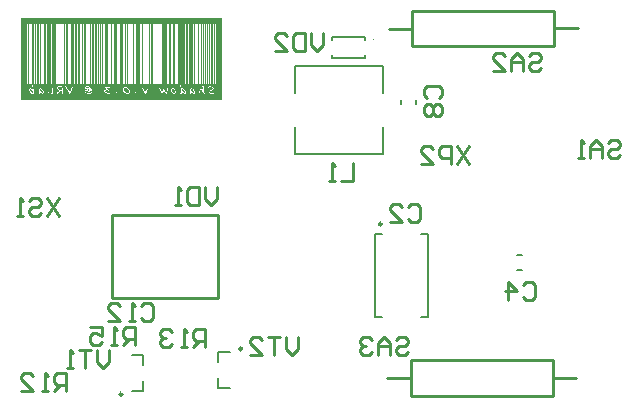
<source format=gbr>
%TF.GenerationSoftware,Altium Limited,Altium Designer,23.4.1 (23)*%
G04 Layer_Color=32896*
%FSLAX45Y45*%
%MOMM*%
%TF.SameCoordinates,95043EA5-DFE4-4E97-A360-3BE786514F03*%
%TF.FilePolarity,Positive*%
%TF.FileFunction,Legend,Bot*%
%TF.Part,Single*%
G01*
G75*
%TA.AperFunction,NonConductor*%
%ADD46C,0.25000*%
%ADD48C,0.25400*%
%ADD49C,0.20000*%
%ADD50C,0.10000*%
G36*
X2210000Y2539288D02*
X510000D01*
Y3230000D01*
X2210000D01*
Y2539288D01*
D02*
G37*
%LPC*%
G36*
X2159200Y3179200D02*
X2148887D01*
Y2668890D01*
X2159200D01*
Y3179200D01*
D02*
G37*
G36*
X2143731D02*
X2138575D01*
Y2668890D01*
X2143731D01*
Y3179200D01*
D02*
G37*
G36*
X2117950D02*
X2112794D01*
Y2668890D01*
X2117950D01*
Y3179200D01*
D02*
G37*
G36*
X2102482D02*
X2092169D01*
Y2668890D01*
X2102482D01*
Y3179200D01*
D02*
G37*
G36*
X2087013D02*
X2071544D01*
Y2668890D01*
X2087013D01*
Y3179200D01*
D02*
G37*
G36*
X2066388D02*
X2061232D01*
Y2668890D01*
X2066388D01*
Y3179200D01*
D02*
G37*
G36*
X2045763D02*
X2040607D01*
Y2668890D01*
X2045763D01*
Y3179200D01*
D02*
G37*
G36*
X2035451D02*
X2014826D01*
Y2668890D01*
X2035451D01*
Y3179200D01*
D02*
G37*
G36*
X2009670D02*
X1994201D01*
Y2668890D01*
X2009670D01*
Y3179200D01*
D02*
G37*
G36*
X1989045D02*
X1983889D01*
Y2668890D01*
X1989045D01*
Y3179200D01*
D02*
G37*
G36*
X1973577D02*
X1963264D01*
Y2668890D01*
X1973577D01*
Y3179200D01*
D02*
G37*
G36*
X1942639D02*
X1937483D01*
Y2668890D01*
X1942639D01*
Y3179200D01*
D02*
G37*
G36*
X1932327D02*
X1927171D01*
Y2668890D01*
X1932327D01*
Y3179200D01*
D02*
G37*
G36*
X1916858D02*
X1911702D01*
Y2668890D01*
X1916858D01*
Y3179200D01*
D02*
G37*
G36*
X1906546D02*
X1896234D01*
Y2668890D01*
X1906546D01*
Y3179200D01*
D02*
G37*
G36*
X1875609D02*
X1870453D01*
Y2668890D01*
X1875609D01*
Y3179200D01*
D02*
G37*
G36*
X1849828D02*
X1844672D01*
Y2668890D01*
X1849828D01*
Y3179200D01*
D02*
G37*
G36*
X1834359D02*
X1824047D01*
Y2668890D01*
X1834359D01*
Y3179200D01*
D02*
G37*
G36*
X1818891D02*
X1813734D01*
Y2668890D01*
X1818891D01*
Y3179200D01*
D02*
G37*
G36*
X1798266D02*
X1777641D01*
Y2668890D01*
X1798266D01*
Y3179200D01*
D02*
G37*
G36*
X1772485D02*
X1767329D01*
Y2668890D01*
X1772485D01*
Y3179200D01*
D02*
G37*
G36*
X1762172D02*
X1741548D01*
Y2668890D01*
X1762172D01*
Y3179200D01*
D02*
G37*
G36*
X1731235D02*
X1726079D01*
Y2668890D01*
X1731235D01*
Y3179200D01*
D02*
G37*
G36*
X1720923D02*
X1715767D01*
Y2668890D01*
X1720923D01*
Y3179200D01*
D02*
G37*
G36*
X1705454D02*
X1689986D01*
Y2668890D01*
X1705454D01*
Y3179200D01*
D02*
G37*
G36*
X1684829D02*
X1679673D01*
Y2668890D01*
X1684829D01*
Y3179200D01*
D02*
G37*
G36*
X1674517D02*
X1653892D01*
Y2668890D01*
X1674517D01*
Y3179200D01*
D02*
G37*
G36*
X1648736D02*
X1638424D01*
Y2668890D01*
X1648736D01*
Y3179200D01*
D02*
G37*
G36*
X1633267D02*
X1622955D01*
Y2668890D01*
X1633267D01*
Y3179200D01*
D02*
G37*
G36*
X1612643D02*
X1602330D01*
Y2668890D01*
X1612643D01*
Y3179200D01*
D02*
G37*
G36*
X1592018D02*
X1586862D01*
Y2668890D01*
X1592018D01*
Y3179200D01*
D02*
G37*
G36*
X1581705D02*
X1561081D01*
Y2668890D01*
X1581705D01*
Y3179200D01*
D02*
G37*
G36*
X1555924D02*
X1540456D01*
Y2668890D01*
X1555924D01*
Y3179200D01*
D02*
G37*
G36*
X1535300D02*
X1514675D01*
Y2668890D01*
X1535300D01*
Y3179200D01*
D02*
G37*
G36*
X1509519D02*
X1504362D01*
Y2668890D01*
X1509519D01*
Y3179200D01*
D02*
G37*
G36*
X1494050D02*
X1488894D01*
Y2668890D01*
X1494050D01*
Y3179200D01*
D02*
G37*
G36*
X1478581D02*
X1463113D01*
Y2668890D01*
X1478581D01*
Y3179200D01*
D02*
G37*
G36*
X1457957D02*
X1452800D01*
Y2668890D01*
X1457957D01*
Y3179200D01*
D02*
G37*
G36*
X1447644D02*
X1427019D01*
Y2668890D01*
X1447644D01*
Y3179200D01*
D02*
G37*
G36*
X1421863D02*
X1416707D01*
Y2668890D01*
X1421863D01*
Y3179200D01*
D02*
G37*
G36*
X1406395D02*
X1396082D01*
Y2668890D01*
X1406395D01*
Y3179200D01*
D02*
G37*
G36*
X1385770D02*
X1370301D01*
Y2668890D01*
X1385770D01*
Y3179200D01*
D02*
G37*
G36*
X1365145D02*
X1359989D01*
Y2668890D01*
X1365145D01*
Y3179200D01*
D02*
G37*
G36*
X1349676D02*
X1334208D01*
Y2668890D01*
X1349676D01*
Y3179200D01*
D02*
G37*
G36*
X1329052D02*
X1318739D01*
Y2668890D01*
X1329052D01*
Y3179200D01*
D02*
G37*
G36*
X1308427D02*
X1303271D01*
Y2668890D01*
X1308427D01*
Y3179200D01*
D02*
G37*
G36*
X1292958D02*
X1282646D01*
Y2668890D01*
X1292958D01*
Y3179200D01*
D02*
G37*
G36*
X1272333D02*
X1256865D01*
Y2668890D01*
X1272333D01*
Y3179200D01*
D02*
G37*
G36*
X1251709D02*
X1241396D01*
Y2668890D01*
X1251709D01*
Y3179200D01*
D02*
G37*
G36*
X1231084D02*
X1225928D01*
Y2668890D01*
X1231084D01*
Y3179200D01*
D02*
G37*
G36*
X1220771D02*
X1205303D01*
Y2668890D01*
X1220771D01*
Y3179200D01*
D02*
G37*
G36*
X1194990D02*
X1184678D01*
Y2668890D01*
X1194990D01*
Y3179200D01*
D02*
G37*
G36*
X1179522D02*
X1169209D01*
Y2668890D01*
X1179522D01*
Y3179200D01*
D02*
G37*
G36*
X1158897D02*
X1148585D01*
Y2668890D01*
X1158897D01*
Y3179200D01*
D02*
G37*
G36*
X1138272D02*
X1127960D01*
Y2668890D01*
X1138272D01*
Y3179200D01*
D02*
G37*
G36*
X1112491D02*
X1102179D01*
Y2668890D01*
X1112491D01*
Y3179200D01*
D02*
G37*
G36*
X1097023D02*
X1086710D01*
Y2668890D01*
X1097023D01*
Y3179200D01*
D02*
G37*
G36*
X1081554D02*
X1071242D01*
Y2668890D01*
X1081554D01*
Y3179200D01*
D02*
G37*
G36*
X1066085D02*
X1055773D01*
Y2668890D01*
X1066085D01*
Y3179200D01*
D02*
G37*
G36*
X1045461D02*
X1035148D01*
Y2668890D01*
X1045461D01*
Y3179200D01*
D02*
G37*
G36*
X1024836D02*
X1009367D01*
Y2668890D01*
X1024836D01*
Y3179200D01*
D02*
G37*
G36*
X1004211D02*
X999055D01*
Y2668890D01*
X1004211D01*
Y3179200D01*
D02*
G37*
G36*
X993899D02*
X983586D01*
Y2668890D01*
X993899D01*
Y3179200D01*
D02*
G37*
G36*
X968118D02*
X957805D01*
Y2668890D01*
X968118D01*
Y3179200D01*
D02*
G37*
G36*
X942337D02*
X937180D01*
Y2668890D01*
X942337D01*
Y3179200D01*
D02*
G37*
G36*
X932024D02*
X916556D01*
Y2668890D01*
X932024D01*
Y3179200D01*
D02*
G37*
G36*
X911399D02*
X906243D01*
Y2668890D01*
X911399D01*
Y3179200D01*
D02*
G37*
G36*
X890775D02*
X880462D01*
Y2668890D01*
X890775D01*
Y3179200D01*
D02*
G37*
G36*
X875306D02*
X859837D01*
Y2668890D01*
X875306D01*
Y3179200D01*
D02*
G37*
G36*
X854681D02*
X849525D01*
Y2668890D01*
X854681D01*
Y3179200D01*
D02*
G37*
G36*
X844369D02*
X823744D01*
Y2668890D01*
X844369D01*
Y3179200D01*
D02*
G37*
G36*
X818588D02*
X803119D01*
Y2668890D01*
X818588D01*
Y3179200D01*
D02*
G37*
G36*
X797963D02*
X792807D01*
Y2668890D01*
X797963D01*
Y3179200D01*
D02*
G37*
G36*
X782494D02*
X777338D01*
Y2668890D01*
X782494D01*
Y3179200D01*
D02*
G37*
G36*
X772182D02*
X761870D01*
Y2668890D01*
X772182D01*
Y3179200D01*
D02*
G37*
G36*
X741245D02*
X736089D01*
Y2668890D01*
X741245D01*
Y3179200D01*
D02*
G37*
G36*
X725776D02*
X720620D01*
Y2668890D01*
X725776D01*
Y3179200D01*
D02*
G37*
G36*
X699995D02*
X689683D01*
Y2668890D01*
X699995D01*
Y3179200D01*
D02*
G37*
G36*
X684527D02*
X674214D01*
Y2668890D01*
X684527D01*
Y3179200D01*
D02*
G37*
G36*
X669058D02*
X663902D01*
Y2668890D01*
X669058D01*
Y3179200D01*
D02*
G37*
G36*
X648433D02*
X632965D01*
Y2668890D01*
X648433D01*
Y3179200D01*
D02*
G37*
G36*
X627808D02*
X617496D01*
Y2668890D01*
X627808D01*
Y3179200D01*
D02*
G37*
G36*
X602027D02*
X586559D01*
Y2668890D01*
X602027D01*
Y3179200D01*
D02*
G37*
G36*
X581403D02*
X576246D01*
Y2668890D01*
X581403D01*
Y3179200D01*
D02*
G37*
G36*
X571090D02*
X560778D01*
Y2668890D01*
X571090D01*
Y3179200D01*
D02*
G37*
G36*
X1260915Y2646616D02*
X1260774D01*
X1260351Y2646476D01*
X1259646Y2646194D01*
X1258659Y2645630D01*
X1258518D01*
X1258377Y2645489D01*
X1257673Y2644925D01*
X1256827Y2644502D01*
X1255981Y2644079D01*
X1255840D01*
X1255276Y2643938D01*
X1254430Y2643797D01*
X1251752D01*
X1250624Y2643938D01*
X1249214D01*
X1247241Y2644079D01*
X1244985Y2644220D01*
X1242166Y2644502D01*
X1241743D01*
X1241179Y2644643D01*
X1240474D01*
X1239487Y2644784D01*
X1238501Y2644925D01*
X1236104Y2645207D01*
X1233426Y2645348D01*
X1230606Y2645630D01*
X1227787Y2645771D01*
X1224404D01*
X1223558Y2645630D01*
X1222571Y2645348D01*
X1221725Y2644925D01*
X1220879Y2644220D01*
X1220316Y2643374D01*
X1220034Y2642246D01*
Y2642105D01*
Y2641824D01*
X1220175Y2641401D01*
X1220316Y2640837D01*
X1220598Y2640132D01*
X1221020Y2639568D01*
X1221584Y2638863D01*
X1222289Y2638158D01*
X1222430Y2638017D01*
X1222712Y2637876D01*
X1223135Y2637453D01*
X1223840Y2637031D01*
X1224686Y2636467D01*
X1225672Y2635762D01*
X1226941Y2634916D01*
X1228351Y2634070D01*
X1228633Y2633929D01*
X1229197Y2633506D01*
X1230183Y2632942D01*
X1231311Y2632238D01*
X1233849Y2630546D01*
X1234976Y2629841D01*
X1235963Y2629136D01*
X1236104D01*
X1236386Y2628854D01*
X1236809Y2628572D01*
X1237232Y2628008D01*
X1238642Y2626740D01*
X1240192Y2624907D01*
X1240051D01*
X1239487Y2625048D01*
X1238642D01*
X1237514Y2625189D01*
X1235258Y2625330D01*
X1231311D01*
X1230183Y2625189D01*
X1228774Y2625048D01*
X1227364Y2624766D01*
X1224404Y2623920D01*
X1224263D01*
X1223840Y2623638D01*
X1223135Y2623356D01*
X1222289Y2623075D01*
X1220457Y2621947D01*
X1219470Y2621242D01*
X1218765Y2620537D01*
X1218624Y2620396D01*
X1218483Y2620255D01*
X1217778Y2619409D01*
X1216791Y2618282D01*
X1215945Y2617295D01*
X1215805Y2617013D01*
X1215664Y2616731D01*
X1215382Y2616308D01*
X1215241Y2615603D01*
X1215100Y2614757D01*
X1214959Y2613770D01*
Y2612643D01*
Y2612502D01*
Y2612079D01*
X1215241Y2611374D01*
X1215523Y2610387D01*
X1215945Y2609118D01*
X1216791Y2607568D01*
X1217778Y2605735D01*
X1219188Y2603480D01*
X1219329Y2603198D01*
X1220034Y2602493D01*
X1221020Y2601224D01*
X1222430Y2599814D01*
X1224404Y2598264D01*
X1226800Y2596572D01*
X1229620Y2595021D01*
X1233003Y2593471D01*
X1233144D01*
X1233426Y2593330D01*
X1233990Y2593189D01*
X1234695Y2592907D01*
X1235540Y2592625D01*
X1236527Y2592343D01*
X1238924Y2591638D01*
X1241743Y2590933D01*
X1244985Y2590369D01*
X1248369Y2589947D01*
X1251752Y2589806D01*
X1252880D01*
X1253584Y2589947D01*
X1254712D01*
X1255981Y2590088D01*
X1257532Y2590228D01*
X1259364Y2590369D01*
X1259505D01*
X1260210Y2590510D01*
X1260915Y2590651D01*
X1261902Y2590933D01*
X1263029Y2591215D01*
X1264016Y2591638D01*
X1264862Y2592202D01*
X1265426Y2592766D01*
Y2592907D01*
X1265567Y2593048D01*
X1265849Y2593894D01*
X1266272Y2594881D01*
X1266413Y2596149D01*
Y2596290D01*
Y2596854D01*
X1266131Y2597559D01*
X1265849Y2598405D01*
X1265426Y2599251D01*
X1264721Y2599955D01*
X1263734Y2600519D01*
X1262325Y2600660D01*
X1262184D01*
X1261620Y2600378D01*
X1258659Y2599110D01*
X1258377Y2598969D01*
X1257814Y2598828D01*
X1256968Y2598405D01*
X1255699Y2598123D01*
X1254430Y2597700D01*
X1252880Y2597277D01*
X1251329Y2597136D01*
X1249778Y2596995D01*
X1249073D01*
X1248228Y2597136D01*
X1247100D01*
X1245690Y2597277D01*
X1243858Y2597559D01*
X1241743Y2597841D01*
X1239206Y2598264D01*
X1239065D01*
X1238924Y2598405D01*
X1237937Y2598546D01*
X1236668Y2598969D01*
X1234976Y2599533D01*
X1233144Y2600378D01*
X1231029Y2601365D01*
X1229056Y2602634D01*
X1227082Y2604185D01*
X1226800Y2604325D01*
X1226236Y2605030D01*
X1225531Y2605876D01*
X1224545Y2606863D01*
X1223699Y2607991D01*
X1222853Y2609259D01*
X1222289Y2610528D01*
X1222148Y2611656D01*
Y2611797D01*
X1222289Y2612361D01*
X1222430Y2613207D01*
X1222712Y2614193D01*
X1223417Y2615180D01*
X1224263Y2616308D01*
X1225390Y2617154D01*
X1227082Y2617859D01*
X1227364Y2618000D01*
X1227928Y2618141D01*
X1228915Y2618423D01*
X1230324Y2618704D01*
X1231875Y2618986D01*
X1233708Y2619127D01*
X1235822Y2619409D01*
X1239347D01*
X1240897Y2619268D01*
X1242871Y2618986D01*
X1245126Y2618563D01*
X1247382Y2618000D01*
X1249778Y2617295D01*
X1251893Y2616167D01*
X1252316D01*
X1252880Y2616308D01*
X1253444Y2616449D01*
X1254007Y2616590D01*
X1254571Y2617013D01*
X1254853Y2617436D01*
X1254994Y2618000D01*
Y2618141D01*
X1254853Y2618704D01*
X1254712Y2619409D01*
X1254430Y2620255D01*
X1254289Y2620537D01*
X1253725Y2621242D01*
X1253303Y2621806D01*
X1252739Y2622370D01*
X1252034Y2623215D01*
X1251047Y2624061D01*
X1243435Y2630405D01*
X1243153Y2630546D01*
X1242589Y2631110D01*
X1241602Y2631956D01*
X1240333Y2632942D01*
X1238924Y2634070D01*
X1237091Y2635480D01*
X1235258Y2636890D01*
X1233144Y2638299D01*
X1233708D01*
X1234413Y2638440D01*
X1235540Y2638299D01*
X1237232D01*
X1238219Y2638158D01*
X1239487D01*
X1240756Y2638017D01*
X1242166Y2637876D01*
X1243858Y2637735D01*
X1245690Y2637453D01*
X1245972D01*
X1246395Y2637312D01*
X1246959D01*
X1248369Y2637172D01*
X1250060Y2637031D01*
X1251893Y2636890D01*
X1253584Y2636749D01*
X1255276Y2636608D01*
X1256968D01*
X1257814Y2636749D01*
X1258941Y2637031D01*
X1260210Y2637453D01*
X1261620Y2638299D01*
X1262748Y2639427D01*
X1263593Y2641119D01*
X1263734Y2642105D01*
X1263875Y2643233D01*
Y2643515D01*
X1263734Y2643938D01*
X1263452Y2644784D01*
X1263029Y2645489D01*
X1262889Y2645630D01*
X1262466Y2646053D01*
X1261761Y2646476D01*
X1260915Y2646616D01*
D02*
G37*
G36*
X605204Y2665225D02*
X605063D01*
X604781Y2665084D01*
X604217Y2664943D01*
X603653Y2664520D01*
X603089Y2663956D01*
X602525Y2662969D01*
X602243Y2661700D01*
X602102Y2660009D01*
Y2659727D01*
Y2659163D01*
X602243Y2658035D01*
X602525Y2656484D01*
X602948Y2654511D01*
X603512Y2652114D01*
X604358Y2649295D01*
X605486Y2646194D01*
Y2646053D01*
X605627Y2645771D01*
X605768Y2645207D01*
X606050Y2644502D01*
X606332Y2643515D01*
X606613Y2642246D01*
X607036Y2640837D01*
X607600Y2639004D01*
X608023Y2637031D01*
X608587Y2634634D01*
X609151Y2632097D01*
X609856Y2629136D01*
X610420Y2626035D01*
X611125Y2622370D01*
X611970Y2618563D01*
X612647Y2614504D01*
X612675Y2614475D01*
Y2614334D01*
X612647Y2614504D01*
X612393Y2614757D01*
X612111Y2615321D01*
X611688Y2616026D01*
X611265Y2616872D01*
X610561Y2617859D01*
X609010Y2620114D01*
X607177Y2622652D01*
X604922Y2625330D01*
X602384Y2628008D01*
X599706Y2630405D01*
X599565Y2630546D01*
X599424Y2630687D01*
X599001Y2630969D01*
X598437Y2631392D01*
X597028Y2632379D01*
X595195Y2633506D01*
X593080Y2634634D01*
X590684Y2635621D01*
X588287Y2636326D01*
X587160Y2636608D01*
X585468D01*
X584763Y2636467D01*
X584058Y2636185D01*
X583071Y2635762D01*
X582226Y2635198D01*
X581239Y2634493D01*
X580252Y2633365D01*
X580111Y2633224D01*
X579829Y2632801D01*
X579547Y2632097D01*
X578983Y2631251D01*
X578560Y2630123D01*
X578278Y2628854D01*
X577997Y2627445D01*
X577856Y2625753D01*
Y2625612D01*
Y2625189D01*
Y2624484D01*
X577997Y2623497D01*
X578138Y2622370D01*
X578419Y2620960D01*
X578701Y2619409D01*
X579124Y2617718D01*
X579688Y2615744D01*
X580393Y2613911D01*
X581098Y2611797D01*
X582085Y2609682D01*
X583353Y2607427D01*
X584622Y2605171D01*
X586173Y2603057D01*
X588005Y2600801D01*
X588146Y2600660D01*
X588428Y2600378D01*
X588992Y2599673D01*
X589697Y2598969D01*
X590684Y2598123D01*
X591812Y2597136D01*
X592939Y2596149D01*
X594349Y2595021D01*
X597591Y2592907D01*
X601116Y2591074D01*
X603089Y2590369D01*
X605063Y2589806D01*
X607036Y2589383D01*
X609151Y2589242D01*
X609715D01*
X610279Y2589383D01*
X610984D01*
X612675Y2589947D01*
X613662Y2590228D01*
X614649Y2590792D01*
X614790Y2590933D01*
X615072Y2591074D01*
X615917Y2591920D01*
X616904Y2593330D01*
X617327Y2594176D01*
X617468Y2595021D01*
Y2595162D01*
Y2595303D01*
X617750Y2596149D01*
X618173Y2597136D01*
X618737Y2597982D01*
Y2598123D01*
X619019Y2598264D01*
X619583Y2599110D01*
X620147Y2600378D01*
X620288Y2601224D01*
X620429Y2601929D01*
Y2602070D01*
Y2602775D01*
X620288Y2603762D01*
Y2604607D01*
X620147Y2605453D01*
X620006Y2606440D01*
X619865Y2607709D01*
X619724Y2608978D01*
X619583Y2610528D01*
X619301Y2612220D01*
X619019Y2614193D01*
X618737Y2616308D01*
X618314Y2618563D01*
X613944Y2644079D01*
Y2644220D01*
X613803Y2644643D01*
X613662Y2645348D01*
X613521Y2646194D01*
X613380Y2647180D01*
X613239Y2648308D01*
X612675Y2650987D01*
X612111Y2653665D01*
X611688Y2656343D01*
X611406Y2657471D01*
X611125Y2658458D01*
X610843Y2659304D01*
X610702Y2660009D01*
Y2660150D01*
X610561Y2660573D01*
X610279Y2660995D01*
X609997Y2661700D01*
X609151Y2663110D01*
X608728Y2663674D01*
X608305Y2664097D01*
X608023Y2664238D01*
X607459Y2664661D01*
X606472Y2665084D01*
X605204Y2665225D01*
D02*
G37*
G36*
X2049752Y2660854D02*
X2049470D01*
X2048624Y2660713D01*
X2047497Y2660150D01*
X2046933Y2659868D01*
X2046369Y2659304D01*
X2046228D01*
X2046087Y2659022D01*
X2045523Y2658176D01*
X2045100Y2656907D01*
X2044818Y2656061D01*
Y2655075D01*
Y2654934D01*
Y2654652D01*
Y2654229D01*
Y2653665D01*
X2044959Y2652819D01*
Y2651832D01*
X2045100Y2650705D01*
X2045241Y2649436D01*
X2045523Y2648026D01*
X2045805Y2646476D01*
X2046087Y2644643D01*
X2046510Y2642669D01*
X2046933Y2640696D01*
X2047497Y2638440D01*
X2048060Y2636044D01*
X2048765Y2633506D01*
Y2633365D01*
X2048906Y2633224D01*
Y2632801D01*
X2049047Y2632238D01*
X2049470Y2630828D01*
X2049893Y2628854D01*
X2050598Y2626317D01*
X2051162Y2623356D01*
X2051867Y2620114D01*
X2052712Y2616308D01*
Y2616167D01*
X2052853Y2615885D01*
Y2615321D01*
X2052994Y2614616D01*
X2053276Y2612925D01*
X2053699Y2610810D01*
X2054122Y2608555D01*
X2054404Y2606440D01*
X2054545Y2604607D01*
X2054686Y2603903D01*
Y2603339D01*
Y2603198D01*
X2054545Y2603057D01*
X2054263Y2602916D01*
X2054122D01*
Y2603057D01*
X2053981Y2603198D01*
X2053699Y2603621D01*
X2053417Y2604185D01*
X2052571Y2605594D01*
X2051444Y2607568D01*
X2050175Y2609682D01*
X2048483Y2612220D01*
X2046792Y2614898D01*
X2044818Y2617577D01*
X2042845Y2620255D01*
X2040730Y2622934D01*
X2038474Y2625471D01*
X2036360Y2627727D01*
X2034104Y2629559D01*
X2031990Y2630969D01*
X2030862Y2631533D01*
X2029875Y2631956D01*
X2028889Y2632097D01*
X2027902Y2632238D01*
X2027479D01*
X2026915Y2632097D01*
X2026351Y2631815D01*
X2025646Y2631392D01*
X2024941Y2630828D01*
X2024236Y2630123D01*
X2023532Y2628995D01*
X2023391Y2628854D01*
X2023250Y2628290D01*
X2022968Y2627445D01*
X2022545Y2626176D01*
X2022122Y2624202D01*
X2021840Y2623075D01*
X2021558Y2621806D01*
X2021417Y2620396D01*
X2021135Y2618845D01*
X2020994Y2617154D01*
X2020712Y2615180D01*
Y2615039D01*
Y2614616D01*
X2020571Y2614052D01*
X2020430Y2613348D01*
Y2612361D01*
X2020148Y2611374D01*
X2019725Y2608837D01*
X2019162Y2606158D01*
X2018316Y2603480D01*
X2017188Y2600801D01*
X2016624Y2599673D01*
X2015919Y2598687D01*
X2015778Y2598546D01*
X2015637Y2598264D01*
X2015355Y2597841D01*
X2014932Y2597277D01*
X2014228Y2596008D01*
X2014087Y2595444D01*
X2013946Y2594881D01*
Y2594740D01*
X2014087Y2594176D01*
X2014510Y2593471D01*
X2015355Y2592766D01*
X2015637Y2592625D01*
X2016201Y2592343D01*
X2017047Y2592061D01*
X2018034Y2591920D01*
X2018598D01*
X2019303Y2592061D01*
X2020007Y2592343D01*
X2020994Y2592766D01*
X2021981Y2593471D01*
X2022968Y2594317D01*
X2023955Y2595585D01*
X2024096Y2595726D01*
X2024377Y2596290D01*
X2024800Y2597277D01*
X2025364Y2598687D01*
X2025787Y2600519D01*
X2026351Y2602775D01*
X2026915Y2605453D01*
X2027197Y2608696D01*
Y2608837D01*
Y2609118D01*
X2027338Y2609541D01*
Y2610105D01*
X2027479Y2611656D01*
X2027761Y2613489D01*
X2028043Y2615462D01*
X2028325Y2617436D01*
X2028607Y2619127D01*
X2028748Y2619832D01*
X2028889Y2620396D01*
Y2620537D01*
X2029029Y2620819D01*
X2029452Y2621806D01*
X2030298Y2622793D01*
X2030721Y2623075D01*
X2031426Y2623215D01*
X2031708D01*
X2032272Y2622793D01*
X2032836Y2622511D01*
X2033541Y2621947D01*
X2034386Y2621242D01*
X2035373Y2620255D01*
X2036501Y2618986D01*
X2037770Y2617436D01*
X2039320Y2615603D01*
X2040871Y2613348D01*
X2042845Y2610528D01*
X2044818Y2607427D01*
X2047074Y2603762D01*
X2049470Y2599673D01*
Y2599533D01*
X2049611Y2599392D01*
X2050175Y2598546D01*
X2050880Y2597277D01*
X2051726Y2595867D01*
X2052712Y2594317D01*
X2053699Y2592907D01*
X2054686Y2591497D01*
X2055532Y2590510D01*
X2055673Y2590369D01*
X2055814Y2590228D01*
X2056660Y2589524D01*
X2057787Y2588678D01*
X2058351Y2588537D01*
X2058915Y2588396D01*
X2059197D01*
X2060043Y2588537D01*
X2061030Y2588819D01*
X2062016Y2589524D01*
X2062157Y2589665D01*
X2062580Y2590228D01*
X2063144Y2591074D01*
X2063285Y2592202D01*
Y2592484D01*
Y2592766D01*
X2063144Y2593189D01*
Y2593894D01*
X2063003Y2594599D01*
X2062862Y2595585D01*
X2062721Y2596854D01*
Y2596995D01*
Y2597136D01*
X2062580Y2597559D01*
X2062439Y2598123D01*
X2062157Y2599533D01*
X2061875Y2601506D01*
X2061453Y2603903D01*
X2060889Y2606863D01*
X2060325Y2610105D01*
X2059761Y2613770D01*
X2059056Y2617577D01*
X2058351Y2621806D01*
X2057646Y2626317D01*
X2056942Y2630828D01*
X2056378Y2635621D01*
X2055673Y2640555D01*
X2054404Y2650423D01*
Y2650564D01*
Y2650705D01*
X2054263Y2651409D01*
X2054122Y2652537D01*
X2053840Y2653806D01*
X2053558Y2655216D01*
X2053276Y2656484D01*
X2052712Y2657753D01*
X2052290Y2658740D01*
X2052149Y2658881D01*
X2052008Y2659022D01*
X2051444Y2659868D01*
X2050598Y2660573D01*
X2050175Y2660713D01*
X2049752Y2660854D01*
D02*
G37*
G36*
X770330Y2652396D02*
X770048D01*
X769484Y2652255D01*
X768638Y2651832D01*
X767792Y2651128D01*
X767651Y2650987D01*
X767088Y2650423D01*
X766665Y2649577D01*
X766524Y2648590D01*
Y2648449D01*
Y2648308D01*
Y2647744D01*
X766665Y2647180D01*
Y2646335D01*
X766806Y2645207D01*
X767088Y2643938D01*
X767370Y2642528D01*
Y2642246D01*
X767511Y2641964D01*
Y2641401D01*
X767651Y2640696D01*
X767792Y2639850D01*
X767933Y2638722D01*
X768215Y2637594D01*
X768356Y2636044D01*
X768638Y2634493D01*
X768920Y2632520D01*
X769202Y2630405D01*
X769484Y2628149D01*
X769907Y2625471D01*
X770189Y2622652D01*
X770612Y2619550D01*
Y2619409D01*
X770753Y2618845D01*
Y2618000D01*
X770894Y2616872D01*
X771035Y2615462D01*
X771317Y2613911D01*
X771599Y2610669D01*
X772022Y2607145D01*
X772163Y2605453D01*
X772444Y2604044D01*
X772585Y2602634D01*
Y2601506D01*
X772726Y2600519D01*
Y2599955D01*
Y2599673D01*
Y2599110D01*
X772585Y2598405D01*
X772304Y2597841D01*
X772163D01*
X771881Y2597700D01*
X771458Y2597559D01*
X770612Y2597418D01*
X769625D01*
X768638Y2597559D01*
X767370Y2597700D01*
X765819Y2597841D01*
X763704Y2598123D01*
X761167Y2598546D01*
X760885D01*
X760180Y2598687D01*
X759052Y2598828D01*
X758207D01*
X757220Y2598969D01*
X756092Y2599110D01*
X754823Y2599251D01*
X753414D01*
X751863Y2599392D01*
X750030Y2599533D01*
X748057Y2599673D01*
X745942Y2599814D01*
X743687Y2599955D01*
X742841D01*
X742136Y2600096D01*
X741290D01*
X740303Y2600378D01*
X738048Y2600801D01*
X737907D01*
X737625Y2600942D01*
X737343Y2601083D01*
X736779D01*
X736215Y2600942D01*
X735369Y2600660D01*
X734524Y2599955D01*
X734383Y2599814D01*
X733960Y2599251D01*
X733678Y2598405D01*
X733537Y2597418D01*
Y2597277D01*
Y2596995D01*
X733678Y2596572D01*
X733819Y2596008D01*
X734383Y2594740D01*
X734805Y2594176D01*
X735510Y2593612D01*
X735651D01*
X735792Y2593330D01*
X736638Y2592907D01*
X738048Y2592484D01*
X739598Y2592202D01*
X740444D01*
X740867Y2592343D01*
X742277D01*
X743264Y2592484D01*
X743687D01*
X744110Y2592625D01*
X744814D01*
X746083Y2592766D01*
X749607D01*
X750876Y2592625D01*
X752286Y2592484D01*
X753977D01*
X755810Y2592202D01*
X757784Y2592061D01*
X759898Y2591779D01*
X764409Y2590933D01*
X769202Y2589947D01*
X773995Y2588537D01*
X774136D01*
X774418Y2588396D01*
X774841Y2588255D01*
X775264Y2588114D01*
X776674Y2587832D01*
X777942Y2587691D01*
X778224D01*
X779070Y2587973D01*
X780057Y2588396D01*
X780480Y2588819D01*
X780903Y2589383D01*
Y2589524D01*
X781044Y2589665D01*
X781326Y2590369D01*
X781748Y2591356D01*
X781889Y2592484D01*
Y2592625D01*
Y2592907D01*
X781748Y2593330D01*
Y2593894D01*
X781608Y2594599D01*
X781467Y2595444D01*
X781185Y2596572D01*
Y2596713D01*
X781044Y2597136D01*
X780903Y2597841D01*
X780762Y2598687D01*
X780480Y2600519D01*
X780339Y2601365D01*
X780198Y2602070D01*
Y2602352D01*
X780057Y2602916D01*
Y2603762D01*
X779916Y2605030D01*
X779775Y2605876D01*
X779634Y2606863D01*
X779493Y2607991D01*
X779352Y2609259D01*
X779211Y2610810D01*
X778929Y2612502D01*
Y2612643D01*
Y2612925D01*
X778788Y2613489D01*
X778647Y2614193D01*
Y2615180D01*
X778506Y2616167D01*
X778365Y2617436D01*
X778083Y2618845D01*
X777942Y2620396D01*
X777801Y2622088D01*
X777378Y2625894D01*
X776956Y2630123D01*
X776533Y2634775D01*
Y2634916D01*
Y2635339D01*
X776392Y2635903D01*
Y2636749D01*
X776251Y2637735D01*
X776110Y2638863D01*
X775828Y2641260D01*
X775546Y2643797D01*
X775405Y2646053D01*
X775264Y2647039D01*
X775123Y2647885D01*
X774982Y2648449D01*
Y2648872D01*
Y2649013D01*
Y2649154D01*
X774700Y2649718D01*
X774277Y2650564D01*
X773713Y2651409D01*
X773431Y2651550D01*
X772867Y2651973D01*
X771740Y2652255D01*
X770330Y2652396D01*
D02*
G37*
G36*
X1073375Y2654088D02*
X1072388D01*
X1071542Y2653947D01*
X1070696Y2653806D01*
X1069710Y2653665D01*
X1067172Y2652960D01*
X1064494Y2651973D01*
X1063084Y2651269D01*
X1061533Y2650282D01*
X1060124Y2649295D01*
X1058714Y2648167D01*
X1057304Y2646757D01*
X1056035Y2645207D01*
X1055895Y2645066D01*
X1055754Y2644784D01*
X1055472Y2644361D01*
X1054908Y2643656D01*
X1054485Y2642951D01*
X1053921Y2641964D01*
X1052652Y2639709D01*
X1051383Y2637031D01*
X1050256Y2634070D01*
X1049551Y2630828D01*
X1049410Y2629136D01*
X1049269Y2627445D01*
Y2627163D01*
Y2626458D01*
X1049410Y2625330D01*
X1049692Y2623920D01*
X1049974Y2622229D01*
X1050538Y2620396D01*
X1051383Y2618423D01*
X1052370Y2616449D01*
X1052511Y2616167D01*
X1052934Y2615603D01*
X1053498Y2614757D01*
X1054485Y2613770D01*
X1055472Y2612643D01*
X1056881Y2611515D01*
X1058291Y2610528D01*
X1059983Y2609823D01*
X1060124D01*
X1060687Y2609541D01*
X1061533Y2609400D01*
X1062379Y2609118D01*
X1063366Y2608837D01*
X1064212Y2608555D01*
X1065058Y2608414D01*
X1065480Y2608273D01*
X1066185D01*
X1066890Y2608414D01*
X1067736Y2608696D01*
X1068864Y2609259D01*
X1069992Y2609823D01*
X1071119Y2610810D01*
X1072247Y2612079D01*
X1072388Y2611938D01*
X1072811Y2611656D01*
X1073375Y2611233D01*
X1074221Y2610669D01*
X1075348Y2610105D01*
X1076617Y2609400D01*
X1078168Y2608696D01*
X1079718Y2607991D01*
X1079859Y2607850D01*
X1080423Y2607709D01*
X1081269Y2607427D01*
X1082115Y2607145D01*
X1084370Y2606440D01*
X1085357Y2606299D01*
X1086344Y2606158D01*
X1086908D01*
X1087472Y2606299D01*
X1088318Y2606440D01*
X1089163Y2606722D01*
X1090150Y2607145D01*
X1091278Y2607709D01*
X1092265Y2608555D01*
X1092406Y2608696D01*
X1092688Y2608978D01*
X1093111Y2609400D01*
X1093533Y2610105D01*
X1094520Y2611656D01*
X1094802Y2612643D01*
X1094943Y2613630D01*
Y2613770D01*
Y2613911D01*
X1094802Y2614757D01*
X1094661Y2616026D01*
X1094238Y2617859D01*
X1093393Y2619832D01*
X1092406Y2622370D01*
X1090855Y2625048D01*
X1090009Y2626458D01*
X1088881Y2627867D01*
X1088741Y2628008D01*
X1088600Y2628149D01*
X1087895Y2629136D01*
X1086626Y2630405D01*
X1085216Y2631815D01*
X1083525Y2633224D01*
X1081692Y2634493D01*
X1079859Y2635480D01*
X1078873Y2635621D01*
X1078027Y2635762D01*
X1077040D01*
X1076053Y2635621D01*
X1074925Y2635480D01*
X1073516Y2635198D01*
X1072247Y2634775D01*
X1070978Y2634211D01*
X1069851Y2633365D01*
X1069710Y2633224D01*
X1069569Y2633083D01*
X1069428Y2632660D01*
X1069287Y2631956D01*
Y2631815D01*
Y2631533D01*
Y2631110D01*
X1069428Y2630546D01*
Y2630405D01*
X1069287Y2630264D01*
X1069146Y2629982D01*
X1068723Y2629841D01*
X1068441D01*
X1067595Y2630123D01*
X1067454D01*
X1067313Y2630264D01*
X1066608Y2630405D01*
X1066185D01*
X1065339Y2630123D01*
X1064917Y2629841D01*
X1064494Y2629418D01*
X1064212Y2628854D01*
X1064071Y2628008D01*
Y2627867D01*
Y2627727D01*
X1064212Y2627445D01*
X1064353Y2626881D01*
X1064635Y2626176D01*
X1065058Y2625330D01*
X1065480Y2624202D01*
Y2624061D01*
X1065762Y2623638D01*
X1065903Y2623215D01*
X1066185Y2622511D01*
X1066749Y2621101D01*
X1067031Y2620537D01*
X1067172Y2619973D01*
Y2619832D01*
X1067313Y2619127D01*
X1067454Y2618141D01*
Y2616872D01*
Y2616731D01*
Y2616590D01*
X1067031Y2616026D01*
X1066749Y2615603D01*
X1066326Y2615321D01*
X1065621Y2615180D01*
X1064635Y2615039D01*
X1063930D01*
X1063225Y2615321D01*
X1062379Y2615603D01*
X1061251Y2616026D01*
X1059983Y2616731D01*
X1058855Y2617718D01*
X1057586Y2618986D01*
X1057445Y2619127D01*
X1057022Y2619691D01*
X1056458Y2620537D01*
X1055895Y2621524D01*
X1055331Y2622793D01*
X1054767Y2624061D01*
X1054344Y2625612D01*
X1054203Y2627022D01*
Y2627163D01*
Y2627727D01*
X1054344Y2628572D01*
X1054626Y2629841D01*
X1055049Y2631251D01*
X1055613Y2633083D01*
X1056317Y2635198D01*
X1057445Y2637453D01*
Y2637594D01*
X1057586Y2637735D01*
X1058009Y2638581D01*
X1058714Y2639709D01*
X1059701Y2640978D01*
X1060828Y2642528D01*
X1062238Y2643938D01*
X1063789Y2645348D01*
X1065480Y2646476D01*
X1065621Y2646616D01*
X1066185Y2646898D01*
X1067031Y2647321D01*
X1068159Y2647885D01*
X1070555Y2648731D01*
X1071683Y2649013D01*
X1072811Y2649154D01*
X1073093D01*
X1073657Y2649013D01*
X1074784Y2648872D01*
X1076335Y2648308D01*
X1078168Y2647462D01*
X1080423Y2646335D01*
X1082961Y2644643D01*
X1084370Y2643515D01*
X1085921Y2642387D01*
X1086062Y2642246D01*
X1086344Y2642105D01*
X1086767Y2641683D01*
X1087331Y2641260D01*
X1088741Y2639709D01*
X1090714Y2637735D01*
X1092829Y2635339D01*
X1095225Y2632379D01*
X1097622Y2628995D01*
X1100018Y2625189D01*
Y2625048D01*
X1100300Y2624766D01*
X1100582Y2624202D01*
X1101005Y2623497D01*
X1101428Y2622652D01*
X1101992Y2621665D01*
X1102978Y2619409D01*
X1104106Y2616872D01*
X1105093Y2614334D01*
X1105798Y2612079D01*
X1105939Y2611092D01*
X1106080Y2610105D01*
Y2609823D01*
X1105939Y2609118D01*
X1105657Y2607850D01*
X1105093Y2606440D01*
X1104247Y2604607D01*
X1102978Y2602775D01*
X1102133Y2601788D01*
X1101146Y2600801D01*
X1100018Y2599814D01*
X1098749Y2598828D01*
X1098608D01*
X1098467Y2598546D01*
X1098045Y2598405D01*
X1097481Y2597982D01*
X1096776Y2597700D01*
X1095930Y2597277D01*
X1093815Y2596290D01*
X1091278Y2595303D01*
X1088459Y2594599D01*
X1085075Y2594035D01*
X1081551Y2593753D01*
X1080564D01*
X1079436Y2593894D01*
X1077886Y2594035D01*
X1075912Y2594317D01*
X1073657Y2594740D01*
X1070978Y2595303D01*
X1068018Y2596149D01*
X1067877D01*
X1067595Y2596290D01*
X1067172Y2596431D01*
X1066608Y2596572D01*
X1065199Y2597136D01*
X1063225Y2597841D01*
X1061110Y2598687D01*
X1058996Y2599814D01*
X1056881Y2600942D01*
X1054908Y2602352D01*
X1054767D01*
X1054626Y2602634D01*
X1054062Y2603057D01*
X1053357Y2603480D01*
X1052793Y2603762D01*
X1052652D01*
X1052370Y2603621D01*
X1051947Y2603480D01*
X1051383Y2603057D01*
X1051243Y2602916D01*
X1050820Y2602775D01*
X1050538Y2602352D01*
X1050397Y2601929D01*
Y2601788D01*
Y2601365D01*
X1050538Y2600801D01*
Y2600096D01*
X1051102Y2598405D01*
X1051524Y2597559D01*
X1052088Y2596854D01*
X1052229Y2596713D01*
X1052370Y2596572D01*
X1052793Y2596290D01*
X1053498Y2595867D01*
X1054203Y2595303D01*
X1055331Y2594740D01*
X1056599Y2594176D01*
X1058009Y2593471D01*
X1058150Y2593330D01*
X1058855Y2593189D01*
X1059701Y2592907D01*
X1061110Y2592484D01*
X1062802Y2591920D01*
X1064917Y2591356D01*
X1067454Y2590792D01*
X1070273Y2590088D01*
X1070555D01*
X1070978Y2589947D01*
X1071542Y2589806D01*
X1073093Y2589665D01*
X1075066Y2589383D01*
X1077181Y2589101D01*
X1079577Y2588819D01*
X1082115Y2588678D01*
X1084511Y2588537D01*
X1085498D01*
X1086203Y2588678D01*
X1087190D01*
X1088177Y2588819D01*
X1090714Y2589242D01*
X1093674Y2589947D01*
X1096776Y2591074D01*
X1100159Y2592484D01*
X1103401Y2594458D01*
X1103542Y2594599D01*
X1103824Y2594740D01*
X1104247Y2595021D01*
X1104670Y2595585D01*
X1106080Y2596854D01*
X1107630Y2598546D01*
X1109322Y2600801D01*
X1110591Y2603480D01*
X1111155Y2604889D01*
X1111578Y2606440D01*
X1111860Y2608132D01*
X1112001Y2609823D01*
Y2609964D01*
Y2610105D01*
Y2610528D01*
X1111860Y2611092D01*
X1111719Y2611797D01*
X1111578Y2612643D01*
X1111437Y2613630D01*
X1111155Y2614757D01*
X1110309Y2617436D01*
X1109040Y2620537D01*
X1108194Y2622370D01*
X1107208Y2624343D01*
X1106221Y2626458D01*
X1104952Y2628572D01*
X1104811Y2628713D01*
X1104670Y2629136D01*
X1104247Y2629700D01*
X1103683Y2630546D01*
X1102978Y2631533D01*
X1102274Y2632660D01*
X1100300Y2635480D01*
X1097904Y2638440D01*
X1095225Y2641542D01*
X1092124Y2644643D01*
X1088881Y2647321D01*
X1088741Y2647462D01*
X1088459Y2647603D01*
X1088036Y2647885D01*
X1087331Y2648449D01*
X1086626Y2648872D01*
X1085639Y2649436D01*
X1083525Y2650705D01*
X1081128Y2651973D01*
X1078591Y2653101D01*
X1075912Y2653806D01*
X1074644Y2653947D01*
X1073375Y2654088D01*
D02*
G37*
G36*
X1480727Y2601929D02*
X1477908D01*
X1477485Y2601788D01*
X1476921Y2601647D01*
X1476075Y2601083D01*
X1475934Y2600942D01*
X1475511Y2600519D01*
X1475088Y2599955D01*
X1474948Y2599110D01*
Y2598969D01*
Y2598687D01*
Y2598264D01*
X1475088Y2597559D01*
X1475370Y2596290D01*
X1475934Y2595162D01*
X1476075Y2595021D01*
X1476639Y2594458D01*
X1477485Y2593612D01*
X1478895Y2592625D01*
X1479036D01*
X1479177Y2592343D01*
X1480022Y2591920D01*
X1480868Y2591497D01*
X1481714Y2591215D01*
X1481996D01*
X1482701Y2591356D01*
X1483547Y2591497D01*
X1484393Y2591920D01*
X1484533Y2592061D01*
X1484674Y2592343D01*
X1484815Y2592766D01*
X1484956Y2593330D01*
X1485097Y2594176D01*
X1485238Y2595162D01*
Y2596431D01*
Y2596572D01*
Y2596995D01*
Y2597559D01*
Y2598264D01*
X1485097Y2599533D01*
Y2600096D01*
X1484956Y2600378D01*
X1484815Y2600519D01*
X1484533Y2600801D01*
X1483970Y2601224D01*
X1483124Y2601506D01*
X1482983D01*
X1482842Y2601647D01*
X1481996Y2601788D01*
X1480727Y2601929D01*
D02*
G37*
G36*
X1320888D02*
X1318068D01*
X1317645Y2601788D01*
X1317081Y2601647D01*
X1316236Y2601083D01*
X1316095Y2600942D01*
X1315672Y2600519D01*
X1315249Y2599955D01*
X1315108Y2599110D01*
Y2598969D01*
Y2598687D01*
Y2598264D01*
X1315249Y2597559D01*
X1315531Y2596290D01*
X1316095Y2595162D01*
X1316236Y2595021D01*
X1316799Y2594458D01*
X1317645Y2593612D01*
X1319055Y2592625D01*
X1319196D01*
X1319337Y2592343D01*
X1320183Y2591920D01*
X1321029Y2591497D01*
X1321874Y2591215D01*
X1322156D01*
X1322861Y2591356D01*
X1323707Y2591497D01*
X1324553Y2591920D01*
X1324694Y2592061D01*
X1324835Y2592343D01*
X1324976Y2592766D01*
X1325117Y2593330D01*
X1325258Y2594176D01*
X1325399Y2595162D01*
Y2596431D01*
Y2596572D01*
Y2596995D01*
Y2597559D01*
Y2598264D01*
X1325258Y2599533D01*
Y2600096D01*
X1325117Y2600378D01*
X1324976Y2600519D01*
X1324694Y2600801D01*
X1324130Y2601224D01*
X1323284Y2601506D01*
X1323143D01*
X1323002Y2601647D01*
X1322156Y2601788D01*
X1320888Y2601929D01*
D02*
G37*
G36*
X886257Y2654088D02*
X885693D01*
X885130Y2653947D01*
X884566Y2653665D01*
X884002Y2653242D01*
X883438Y2652537D01*
X883015Y2651691D01*
X882874Y2650423D01*
Y2650282D01*
Y2650000D01*
X883015Y2649577D01*
X883297Y2649154D01*
X883438Y2649013D01*
X883579Y2648872D01*
X883720Y2648449D01*
X884143Y2648026D01*
X884566Y2647321D01*
X885271Y2646335D01*
X886116Y2645066D01*
X886257Y2644925D01*
X886539Y2644502D01*
X886962Y2643938D01*
X887526Y2642951D01*
X888231Y2641824D01*
X889218Y2640555D01*
X890204Y2639145D01*
X891191Y2637453D01*
X892460Y2635621D01*
X893729Y2633647D01*
X896407Y2629418D01*
X899227Y2624766D01*
X902187Y2619973D01*
Y2619832D01*
X902469Y2619550D01*
X902751Y2618986D01*
X903174Y2618282D01*
X903738Y2617436D01*
X904301Y2616449D01*
X905711Y2614052D01*
X907262Y2611374D01*
X908953Y2608696D01*
X910645Y2606017D01*
X912196Y2603480D01*
Y2603339D01*
X912337Y2603198D01*
X912901Y2602352D01*
X913605Y2601083D01*
X914592Y2599673D01*
X915438Y2597982D01*
X916284Y2596431D01*
X916989Y2594881D01*
X917412Y2593612D01*
X917553Y2593330D01*
X917976Y2592625D01*
X918680Y2591779D01*
X919949Y2590792D01*
X920090D01*
X920231Y2590651D01*
X920654Y2590510D01*
X921218Y2590369D01*
X922769Y2589947D01*
X924601Y2589806D01*
X924883Y2589947D01*
X925165Y2590369D01*
X925729Y2591215D01*
X926011Y2591779D01*
X926434Y2592484D01*
X926857Y2593330D01*
X927280Y2594458D01*
X927843Y2595585D01*
X928407Y2597136D01*
X929112Y2598687D01*
X929817Y2600660D01*
X929958Y2600942D01*
X930099Y2601224D01*
X930240Y2601788D01*
X930522Y2602634D01*
X930945Y2603480D01*
X931368Y2604748D01*
X931932Y2606299D01*
X932636Y2608132D01*
X933482Y2610246D01*
X934469Y2612784D01*
X935597Y2615603D01*
X936866Y2618845D01*
X938416Y2622511D01*
X939967Y2626599D01*
X941799Y2631251D01*
Y2631392D01*
X942081Y2631815D01*
X942222Y2632520D01*
X942645Y2633365D01*
X943068Y2634493D01*
X943491Y2635621D01*
X944478Y2638158D01*
X945465Y2640696D01*
X945888Y2641964D01*
X946311Y2642951D01*
X946592Y2643938D01*
X946874Y2644502D01*
X947156Y2645066D01*
Y2645207D01*
Y2645348D01*
Y2645630D01*
X947015Y2646053D01*
X946874Y2646757D01*
X946311Y2648026D01*
X945606Y2649436D01*
Y2649577D01*
X945324Y2649718D01*
X944760Y2650282D01*
X943773Y2650846D01*
X943209Y2651128D01*
X942363D01*
X941940Y2650987D01*
X941377Y2650705D01*
X940531Y2650141D01*
X939826Y2649154D01*
X939403Y2648449D01*
X938980Y2647603D01*
X938557Y2646616D01*
X938275Y2645630D01*
X937993Y2644220D01*
X937711Y2642810D01*
Y2642669D01*
X937570Y2642387D01*
X937429Y2641824D01*
X937288Y2640978D01*
X937007Y2639850D01*
X936584Y2638440D01*
X935879Y2636608D01*
X935174Y2634352D01*
X934328Y2631815D01*
X933200Y2628854D01*
X931932Y2625330D01*
X930381Y2621383D01*
X928548Y2617013D01*
X926434Y2611938D01*
X925306Y2609259D01*
X924178Y2606440D01*
X922910Y2603480D01*
X921500Y2600378D01*
X921359Y2600519D01*
X921218Y2600801D01*
X920795Y2601365D01*
X920372Y2602211D01*
X919244Y2603903D01*
X917976Y2606017D01*
X917835Y2606158D01*
X917553Y2606581D01*
X917130Y2607286D01*
X916566Y2608273D01*
X915861Y2609259D01*
X915015Y2610528D01*
X913183Y2613489D01*
X911209Y2616731D01*
X909235Y2620114D01*
X907262Y2623356D01*
X906416Y2624907D01*
X905711Y2626317D01*
Y2626458D01*
X905570Y2626599D01*
X905288Y2627022D01*
X905006Y2627445D01*
X904301Y2628854D01*
X903315Y2630687D01*
X902187Y2632801D01*
X900777Y2635057D01*
X899227Y2637594D01*
X897676Y2640273D01*
X896125Y2642810D01*
X894434Y2645348D01*
X892883Y2647603D01*
X891191Y2649718D01*
X889782Y2651550D01*
X888372Y2652960D01*
X887808Y2653383D01*
X887244Y2653806D01*
X886680Y2653947D01*
X886257Y2654088D01*
D02*
G37*
G36*
X1951224Y2636608D02*
X1950660D01*
X1949955Y2636467D01*
X1949251Y2636044D01*
X1948405Y2635621D01*
X1947418Y2634916D01*
X1946572Y2633929D01*
X1945867Y2632520D01*
X1945726Y2632379D01*
X1945444Y2631956D01*
X1944881Y2631392D01*
X1944176Y2631251D01*
X1943612D01*
X1943048Y2631110D01*
X1942343Y2630969D01*
X1941779Y2630546D01*
X1941215Y2630123D01*
X1940792Y2629418D01*
X1940651Y2628572D01*
Y2628290D01*
Y2627586D01*
X1940933Y2626458D01*
X1941215Y2624907D01*
Y2624766D01*
X1941356Y2624343D01*
X1941497Y2623638D01*
X1941638Y2622793D01*
X1941779Y2621806D01*
X1941920Y2620678D01*
X1942343Y2617859D01*
X1942907Y2614898D01*
X1943189Y2611938D01*
X1943471Y2609259D01*
X1943612Y2608132D01*
Y2607004D01*
Y2606863D01*
Y2606581D01*
Y2606017D01*
Y2605312D01*
X1943471Y2603621D01*
X1943189Y2601506D01*
X1942625Y2599392D01*
X1942061Y2597418D01*
X1941497Y2596431D01*
X1941074Y2595726D01*
X1940510Y2595021D01*
X1939806Y2594599D01*
X1939665D01*
X1939524Y2594458D01*
X1938819Y2593894D01*
X1938114Y2593048D01*
X1937973Y2592625D01*
X1937832Y2592061D01*
Y2591779D01*
X1938114Y2591215D01*
X1938537Y2590510D01*
X1939101Y2589947D01*
X1939665Y2589524D01*
X1939806D01*
X1939947Y2589242D01*
X1940792Y2588819D01*
X1941920Y2588396D01*
X1943189Y2588114D01*
X1943330D01*
X1943753Y2588255D01*
X1944317Y2588396D01*
X1945022Y2588678D01*
X1945867Y2589242D01*
X1946854Y2590088D01*
X1947700Y2591074D01*
X1948546Y2592625D01*
X1948687Y2592907D01*
X1948828Y2593471D01*
X1949251Y2594458D01*
X1949533Y2595867D01*
X1949955Y2597700D01*
X1950378Y2599955D01*
X1950519Y2602493D01*
X1950660Y2605453D01*
Y2605312D01*
X1950942Y2605171D01*
X1951224Y2604748D01*
X1951647Y2604185D01*
X1952916Y2602775D01*
X1954466Y2600942D01*
X1956299Y2598969D01*
X1958273Y2596995D01*
X1960387Y2595162D01*
X1962643Y2593471D01*
X1962925Y2593330D01*
X1963630Y2592907D01*
X1964757Y2592202D01*
X1966167Y2591497D01*
X1967718Y2590792D01*
X1969550Y2590088D01*
X1971383Y2589665D01*
X1973216Y2589524D01*
X1973779D01*
X1974343Y2589665D01*
X1975189Y2589806D01*
X1976176Y2590228D01*
X1977022Y2590651D01*
X1978008Y2591356D01*
X1978995Y2592202D01*
X1979136Y2592343D01*
X1979277Y2592766D01*
X1979700Y2593330D01*
X1980123Y2594176D01*
X1980546Y2595162D01*
X1980828Y2596431D01*
X1981110Y2597841D01*
X1981251Y2599392D01*
Y2599533D01*
Y2599955D01*
Y2600519D01*
X1981110Y2601365D01*
X1980969Y2602352D01*
X1980687Y2603621D01*
X1980405Y2605030D01*
X1979982Y2606722D01*
X1979418Y2608414D01*
X1978854Y2610246D01*
X1978008Y2612220D01*
X1977022Y2614334D01*
X1975894Y2616590D01*
X1974484Y2618845D01*
X1972934Y2621242D01*
X1971242Y2623638D01*
X1971101Y2623779D01*
X1970819Y2624202D01*
X1970255Y2624907D01*
X1969550Y2625612D01*
X1968564Y2626599D01*
X1967577Y2627727D01*
X1966308Y2628854D01*
X1965039Y2630123D01*
X1961938Y2632520D01*
X1960246Y2633647D01*
X1958555Y2634634D01*
X1956722Y2635480D01*
X1954889Y2636044D01*
X1953057Y2636467D01*
X1951224Y2636608D01*
D02*
G37*
G36*
X672507D02*
X671943D01*
X671238Y2636467D01*
X670533Y2636044D01*
X669688Y2635621D01*
X668701Y2634916D01*
X667855Y2633929D01*
X667150Y2632520D01*
X667009Y2632379D01*
X666727Y2631956D01*
X666163Y2631392D01*
X665458Y2631251D01*
X664895D01*
X664331Y2631110D01*
X663626Y2630969D01*
X663062Y2630546D01*
X662498Y2630123D01*
X662075Y2629418D01*
X661934Y2628572D01*
Y2628290D01*
Y2627586D01*
X662216Y2626458D01*
X662498Y2624907D01*
Y2624766D01*
X662639Y2624343D01*
X662780Y2623638D01*
X662921Y2622793D01*
X663062Y2621806D01*
X663203Y2620678D01*
X663626Y2617859D01*
X664190Y2614898D01*
X664472Y2611938D01*
X664754Y2609259D01*
X664895Y2608132D01*
Y2607004D01*
Y2606863D01*
Y2606581D01*
Y2606017D01*
Y2605312D01*
X664754Y2603621D01*
X664472Y2601506D01*
X663908Y2599392D01*
X663344Y2597418D01*
X662780Y2596431D01*
X662357Y2595726D01*
X661793Y2595021D01*
X661088Y2594599D01*
X660947D01*
X660806Y2594458D01*
X660102Y2593894D01*
X659397Y2593048D01*
X659256Y2592625D01*
X659115Y2592061D01*
Y2591779D01*
X659397Y2591215D01*
X659820Y2590510D01*
X660383Y2589947D01*
X660947Y2589524D01*
X661088D01*
X661229Y2589242D01*
X662075Y2588819D01*
X663203Y2588396D01*
X664472Y2588114D01*
X664613D01*
X665036Y2588255D01*
X665599Y2588396D01*
X666304Y2588678D01*
X667150Y2589242D01*
X668137Y2590088D01*
X668983Y2591074D01*
X669828Y2592625D01*
X669969Y2592907D01*
X670110Y2593471D01*
X670533Y2594458D01*
X670815Y2595867D01*
X671238Y2597700D01*
X671661Y2599955D01*
X671802Y2602493D01*
X671943Y2605453D01*
Y2605312D01*
X672225Y2605171D01*
X672507Y2604748D01*
X672930Y2604185D01*
X674199Y2602775D01*
X675749Y2600942D01*
X677582Y2598969D01*
X679555Y2596995D01*
X681670Y2595162D01*
X683925Y2593471D01*
X684207Y2593330D01*
X684912Y2592907D01*
X686040Y2592202D01*
X687450Y2591497D01*
X689000Y2590792D01*
X690833Y2590088D01*
X692666Y2589665D01*
X694498Y2589524D01*
X695062D01*
X695626Y2589665D01*
X696472Y2589806D01*
X697459Y2590228D01*
X698304Y2590651D01*
X699291Y2591356D01*
X700278Y2592202D01*
X700419Y2592343D01*
X700560Y2592766D01*
X700983Y2593330D01*
X701406Y2594176D01*
X701829Y2595162D01*
X702111Y2596431D01*
X702393Y2597841D01*
X702534Y2599392D01*
Y2599533D01*
Y2599955D01*
Y2600519D01*
X702393Y2601365D01*
X702252Y2602352D01*
X701970Y2603621D01*
X701688Y2605030D01*
X701265Y2606722D01*
X700701Y2608414D01*
X700137Y2610246D01*
X699291Y2612220D01*
X698304Y2614334D01*
X697177Y2616590D01*
X695767Y2618845D01*
X694216Y2621242D01*
X692525Y2623638D01*
X692384Y2623779D01*
X692102Y2624202D01*
X691538Y2624907D01*
X690833Y2625612D01*
X689846Y2626599D01*
X688859Y2627727D01*
X687591Y2628854D01*
X686322Y2630123D01*
X683221Y2632520D01*
X681529Y2633647D01*
X679837Y2634634D01*
X678005Y2635480D01*
X676172Y2636044D01*
X674340Y2636467D01*
X672507Y2636608D01*
D02*
G37*
G36*
X1394534Y2647462D02*
X1392138D01*
X1391010Y2647321D01*
X1389600Y2647039D01*
X1387768Y2646476D01*
X1385794Y2645912D01*
X1383539Y2644925D01*
X1381283Y2643656D01*
X1381142D01*
X1381001Y2643515D01*
X1380155Y2642951D01*
X1379027Y2642246D01*
X1377759Y2641260D01*
X1376208Y2639991D01*
X1374798Y2638581D01*
X1373389Y2637031D01*
X1372261Y2635339D01*
X1372120Y2635198D01*
X1371838Y2634493D01*
X1371415Y2633506D01*
X1370851Y2632097D01*
X1370428Y2630405D01*
X1370005Y2628431D01*
X1369723Y2626035D01*
X1369582Y2623356D01*
Y2623215D01*
Y2622793D01*
X1369723Y2622229D01*
X1369864Y2621383D01*
X1370005Y2620396D01*
X1370428Y2619127D01*
X1370851Y2617718D01*
X1371415Y2616167D01*
X1372261Y2614475D01*
X1373248Y2612784D01*
X1374375Y2610810D01*
X1375785Y2608837D01*
X1377477Y2606863D01*
X1379450Y2604748D01*
X1381706Y2602493D01*
X1384384Y2600378D01*
X1384525Y2600237D01*
X1385089Y2599955D01*
X1385794Y2599392D01*
X1386922Y2598546D01*
X1388331Y2597700D01*
X1390023Y2596713D01*
X1391856Y2595726D01*
X1393970Y2594740D01*
X1396367Y2593612D01*
X1398763Y2592625D01*
X1401442Y2591638D01*
X1404261Y2590792D01*
X1407221Y2590088D01*
X1410323Y2589524D01*
X1413565Y2589101D01*
X1416807Y2588960D01*
X1417089D01*
X1417935Y2589101D01*
X1419204Y2589242D01*
X1420755Y2589524D01*
X1422446Y2590088D01*
X1424138Y2590933D01*
X1425830Y2592061D01*
X1427380Y2593612D01*
X1427521Y2593894D01*
X1427944Y2594458D01*
X1428508Y2595444D01*
X1429213Y2596854D01*
X1429918Y2598546D01*
X1430482Y2600519D01*
X1430904Y2602634D01*
X1431045Y2605171D01*
Y2605312D01*
Y2605594D01*
Y2606017D01*
X1430904Y2606722D01*
Y2607427D01*
X1430763Y2608414D01*
X1430341Y2610669D01*
X1429777Y2613489D01*
X1428931Y2616590D01*
X1427662Y2620114D01*
X1425970Y2623920D01*
Y2624061D01*
X1425689Y2624343D01*
X1425407Y2624907D01*
X1424984Y2625612D01*
X1424420Y2626458D01*
X1423856Y2627586D01*
X1422164Y2629841D01*
X1419909Y2632520D01*
X1417371Y2635339D01*
X1414270Y2638158D01*
X1410746Y2640837D01*
X1410605Y2640978D01*
X1410323Y2641119D01*
X1409759Y2641401D01*
X1409054Y2641824D01*
X1408208Y2642387D01*
X1407221Y2642951D01*
X1404825Y2644220D01*
X1402006Y2645348D01*
X1399045Y2646476D01*
X1396085Y2647180D01*
X1394534Y2647462D01*
D02*
G37*
G36*
X1858194Y2662687D02*
X1858053D01*
X1857771Y2662546D01*
X1857207Y2662405D01*
X1856643Y2661982D01*
X1856080Y2661418D01*
X1855516Y2660432D01*
X1855234Y2659163D01*
X1855093Y2657330D01*
Y2657048D01*
X1855234Y2656766D01*
X1855375Y2656061D01*
X1855516Y2655216D01*
X1855939Y2653947D01*
X1856362Y2652396D01*
X1857066Y2650423D01*
Y2650282D01*
X1857207Y2650000D01*
X1857348Y2649436D01*
X1857630Y2648731D01*
X1857912Y2647885D01*
X1858194Y2646757D01*
X1858617Y2645489D01*
X1858899Y2643938D01*
X1859463Y2642387D01*
X1859886Y2640696D01*
X1860309Y2638722D01*
X1860873Y2636749D01*
X1861859Y2632238D01*
X1862987Y2627304D01*
Y2627163D01*
X1863128Y2626740D01*
X1863269Y2626035D01*
X1863410Y2625048D01*
X1863551Y2623920D01*
X1863833Y2622511D01*
X1864115Y2621101D01*
X1864256Y2619409D01*
X1864820Y2616026D01*
X1865243Y2612361D01*
X1865525Y2608696D01*
X1865666Y2605453D01*
Y2605312D01*
Y2605030D01*
Y2604607D01*
Y2604185D01*
X1865525Y2602775D01*
X1865243Y2601224D01*
X1864820Y2599673D01*
X1864115Y2598264D01*
X1863692Y2597841D01*
X1863269Y2597418D01*
X1862705Y2597136D01*
X1862000Y2596995D01*
X1861577D01*
X1861155Y2597136D01*
X1860450D01*
X1858899Y2597700D01*
X1858053Y2597982D01*
X1857066Y2598546D01*
X1856925Y2598687D01*
X1856503Y2598969D01*
X1855798Y2599251D01*
X1855093Y2599392D01*
X1854811D01*
X1854388Y2599110D01*
X1853965Y2598687D01*
X1853683Y2598123D01*
Y2597559D01*
Y2597418D01*
Y2597136D01*
X1853824Y2596713D01*
X1854106Y2596149D01*
X1854670Y2595444D01*
X1855234Y2594599D01*
X1856221Y2593612D01*
X1857489Y2592625D01*
X1857630Y2592484D01*
X1858194Y2592202D01*
X1858899Y2591779D01*
X1859886Y2591215D01*
X1861155Y2590651D01*
X1862423Y2590228D01*
X1863833Y2589947D01*
X1865384Y2589806D01*
X1865666D01*
X1866511Y2590088D01*
X1867498Y2590510D01*
X1868203Y2590933D01*
X1868767Y2591497D01*
X1869472Y2592202D01*
X1870036Y2593048D01*
X1870740Y2594176D01*
X1871163Y2595444D01*
X1871586Y2596995D01*
X1872009Y2598828D01*
X1872150Y2600801D01*
X1872291Y2603198D01*
Y2603339D01*
Y2603621D01*
Y2604044D01*
Y2604607D01*
Y2606017D01*
X1872163Y2607555D01*
X1872150Y2607568D01*
Y2607709D01*
X1872163Y2607555D01*
X1872432Y2607286D01*
X1872714Y2606863D01*
X1873137Y2606158D01*
X1874265Y2604607D01*
X1875815Y2602493D01*
X1877648Y2600237D01*
X1879763Y2597841D01*
X1882018Y2595585D01*
X1884415Y2593612D01*
X1884697Y2593471D01*
X1885542Y2592907D01*
X1886670Y2592061D01*
X1888221Y2591215D01*
X1890053Y2590228D01*
X1892027Y2589524D01*
X1894001Y2588960D01*
X1896115Y2588678D01*
X1896820D01*
X1897525Y2588819D01*
X1898512Y2589101D01*
X1899498Y2589383D01*
X1900626Y2589947D01*
X1901613Y2590792D01*
X1902600Y2591779D01*
X1902741Y2591920D01*
X1903023Y2592343D01*
X1903305Y2593048D01*
X1903727Y2594035D01*
X1904291Y2595303D01*
X1904573Y2596713D01*
X1904855Y2598405D01*
X1904996Y2600237D01*
Y2600378D01*
Y2600660D01*
Y2601365D01*
X1904855Y2602070D01*
X1904714Y2603057D01*
X1904573Y2604325D01*
X1904291Y2605594D01*
X1903868Y2607145D01*
X1902882Y2610387D01*
X1902177Y2612220D01*
X1901331Y2614193D01*
X1900344Y2616167D01*
X1899075Y2618141D01*
X1897807Y2620255D01*
X1896256Y2622370D01*
X1896115Y2622511D01*
X1895833Y2622934D01*
X1895410Y2623497D01*
X1894705Y2624202D01*
X1893860Y2625048D01*
X1893014Y2626035D01*
X1890617Y2628149D01*
X1887798Y2630123D01*
X1884556Y2631956D01*
X1882864Y2632801D01*
X1881031Y2633365D01*
X1879199Y2633647D01*
X1877366Y2633788D01*
X1876661D01*
X1875674Y2633647D01*
X1874688Y2633365D01*
X1873419Y2632801D01*
X1872009Y2632238D01*
X1870600Y2631251D01*
X1869190Y2629982D01*
X1863269Y2657753D01*
Y2657894D01*
X1863128Y2658176D01*
X1862987Y2658740D01*
X1862705Y2659304D01*
X1862000Y2660713D01*
X1861436Y2661277D01*
X1860873Y2661700D01*
X1860732D01*
X1860591Y2661841D01*
X1859886Y2662264D01*
X1859040Y2662546D01*
X1858194Y2662687D01*
D02*
G37*
G36*
X1794556Y2635762D02*
X1794274D01*
X1793428Y2635621D01*
X1792160Y2635480D01*
X1790609Y2635057D01*
X1788917Y2634493D01*
X1787085Y2633506D01*
X1785252Y2632238D01*
X1783561Y2630405D01*
X1783420Y2630123D01*
X1782856Y2629418D01*
X1782151Y2628431D01*
X1781305Y2626881D01*
X1780600Y2625048D01*
X1779895Y2622934D01*
X1779331Y2620537D01*
X1779190Y2618000D01*
Y2617859D01*
Y2617577D01*
Y2616872D01*
X1779331Y2616167D01*
X1779472Y2615180D01*
X1779613Y2614052D01*
X1779895Y2612643D01*
X1780318Y2611233D01*
X1781305Y2608132D01*
X1782010Y2606440D01*
X1782997Y2604607D01*
X1783983Y2602775D01*
X1785111Y2601083D01*
X1786521Y2599251D01*
X1788072Y2597418D01*
X1788213Y2597277D01*
X1788495Y2596995D01*
X1788917Y2596572D01*
X1789622Y2596008D01*
X1790327Y2595162D01*
X1791314Y2594458D01*
X1793569Y2592766D01*
X1796389Y2590933D01*
X1799490Y2589524D01*
X1801041Y2588819D01*
X1802732Y2588396D01*
X1804424Y2588114D01*
X1806257Y2587973D01*
X1806539D01*
X1807244Y2588114D01*
X1808371Y2588255D01*
X1809640Y2588537D01*
X1811191Y2589101D01*
X1812882Y2589806D01*
X1814433Y2590933D01*
X1815984Y2592343D01*
X1816125Y2592484D01*
X1816548Y2593189D01*
X1817111Y2594035D01*
X1817816Y2595303D01*
X1818521Y2596995D01*
X1819085Y2598828D01*
X1819508Y2600942D01*
X1819649Y2603339D01*
Y2603480D01*
Y2603903D01*
Y2604466D01*
X1819508Y2605171D01*
X1819367Y2606158D01*
X1819226Y2607427D01*
X1819085Y2608696D01*
X1818662Y2610246D01*
X1817816Y2613489D01*
X1816548Y2617154D01*
X1815702Y2619127D01*
X1814715Y2621101D01*
X1813587Y2623075D01*
X1812318Y2625048D01*
X1812177Y2625189D01*
X1812037Y2625471D01*
X1811614Y2626035D01*
X1811050Y2626740D01*
X1810204Y2627586D01*
X1809358Y2628431D01*
X1807244Y2630405D01*
X1804706Y2632379D01*
X1801605Y2634070D01*
X1800054Y2634775D01*
X1798221Y2635339D01*
X1796389Y2635621D01*
X1794556Y2635762D01*
D02*
G37*
G36*
X836576Y2652396D02*
X833897D01*
X832347Y2652114D01*
X830232Y2651832D01*
X827976Y2651269D01*
X825580Y2650564D01*
X823184Y2649436D01*
X821069Y2648026D01*
X820787Y2647885D01*
X820223Y2647321D01*
X819377Y2646335D01*
X818250Y2645066D01*
X817263Y2643515D01*
X816417Y2641683D01*
X815853Y2639709D01*
X815571Y2637312D01*
Y2637031D01*
X815712Y2636185D01*
X815853Y2634916D01*
X816276Y2633365D01*
X816981Y2631533D01*
X817968Y2629418D01*
X819377Y2627304D01*
X821351Y2625048D01*
X821633Y2624766D01*
X822338Y2624061D01*
X823606Y2623075D01*
X825298Y2621806D01*
X827413Y2620396D01*
X829809Y2618986D01*
X832629Y2617436D01*
X835730Y2616167D01*
X835871D01*
X836153Y2615885D01*
X836576Y2615603D01*
X836717Y2615321D01*
X836576Y2615180D01*
X836294Y2614757D01*
X835589Y2614193D01*
X834602Y2613207D01*
X833897Y2612643D01*
X833051Y2611938D01*
X832065Y2611092D01*
X830796Y2610105D01*
X829527Y2609118D01*
X827976Y2607850D01*
X827836Y2607709D01*
X827554Y2607568D01*
X827131Y2607145D01*
X826426Y2606722D01*
X825721Y2606158D01*
X824734Y2605453D01*
X822620Y2603903D01*
X820082Y2602070D01*
X817263Y2600237D01*
X814443Y2598264D01*
X811624Y2596431D01*
X811483D01*
X811342Y2596149D01*
X810496Y2595585D01*
X809791Y2594458D01*
X809650Y2593753D01*
X809509Y2593048D01*
Y2592766D01*
X809650Y2592202D01*
X810214Y2591356D01*
X810496Y2590933D01*
X811060Y2590369D01*
X811342Y2590228D01*
X811906Y2589806D01*
X812752Y2589242D01*
X813739Y2589101D01*
X814161D01*
X814725Y2589383D01*
X815571Y2589665D01*
X816699Y2590088D01*
X818109Y2590792D01*
X819800Y2591779D01*
X821774Y2593189D01*
X822056Y2593330D01*
X822761Y2593894D01*
X823888Y2594740D01*
X825298Y2595867D01*
X826990Y2597277D01*
X828963Y2598828D01*
X830937Y2600519D01*
X833192Y2602352D01*
X833333Y2602493D01*
X833756Y2602775D01*
X834320Y2603339D01*
X835166Y2604044D01*
X836153Y2604889D01*
X837281Y2605735D01*
X839818Y2607850D01*
X842355Y2609823D01*
X844611Y2611515D01*
X845598Y2612220D01*
X846444Y2612784D01*
X847148Y2613207D01*
X847571Y2613348D01*
X848558D01*
X849122Y2613489D01*
X850532Y2613630D01*
X851096Y2613770D01*
X851659Y2614052D01*
X851800Y2614193D01*
X852223Y2614616D01*
X852646Y2615462D01*
X852787Y2616731D01*
Y2616872D01*
Y2617013D01*
X852646Y2617718D01*
X852223Y2618563D01*
X851378Y2619550D01*
X851237D01*
X851096Y2619691D01*
X850391Y2620255D01*
X849122Y2620678D01*
X847712Y2620819D01*
X847148D01*
X846444Y2620678D01*
X845457Y2620537D01*
X845175D01*
X844470Y2620396D01*
X843765Y2620255D01*
X842919D01*
X842355Y2620396D01*
X841510Y2620537D01*
X840382Y2620960D01*
X838690Y2621524D01*
X836717Y2622370D01*
X834179Y2623638D01*
X831360Y2625330D01*
X831219D01*
X830937Y2625612D01*
X830655Y2625894D01*
X830091Y2626176D01*
X828681Y2627304D01*
X827131Y2628713D01*
X825721Y2630546D01*
X824311Y2632520D01*
X823747Y2633647D01*
X823465Y2634775D01*
X823184Y2636044D01*
X823043Y2637312D01*
Y2637453D01*
Y2637876D01*
X823184Y2638581D01*
X823465Y2639427D01*
X824029Y2640414D01*
X824593Y2641542D01*
X825580Y2642528D01*
X826849Y2643515D01*
X826990Y2643656D01*
X827554Y2643938D01*
X828258Y2644361D01*
X829386Y2644925D01*
X830796Y2645348D01*
X832347Y2645771D01*
X834179Y2646053D01*
X836294Y2646194D01*
X837844D01*
X838972Y2646053D01*
X840241D01*
X841651Y2645912D01*
X844893Y2645489D01*
X845034D01*
X845598Y2645348D01*
X846303D01*
X847148Y2645207D01*
X848981Y2644784D01*
X849686Y2644643D01*
X850250Y2644502D01*
X850391Y2644361D01*
X850955Y2644079D01*
X851518Y2643374D01*
X852223Y2642246D01*
Y2642105D01*
X852364Y2641824D01*
X852505Y2641260D01*
X852787Y2640273D01*
X853069Y2638722D01*
X853351Y2637876D01*
X853492Y2636749D01*
X853774Y2635621D01*
X854056Y2634211D01*
X854338Y2632660D01*
X854620Y2630969D01*
Y2630828D01*
Y2630546D01*
X854761Y2629982D01*
X854902Y2629418D01*
X855043Y2628572D01*
X855184Y2627586D01*
X855607Y2625189D01*
X856030Y2622511D01*
X856452Y2619409D01*
X856875Y2616308D01*
X857298Y2613066D01*
Y2612925D01*
Y2612643D01*
X857439Y2612220D01*
Y2611656D01*
X857580Y2610246D01*
X857721Y2608414D01*
X857862Y2606299D01*
X858003Y2604325D01*
X858144Y2602352D01*
Y2600660D01*
Y2600519D01*
Y2600096D01*
Y2599533D01*
Y2598828D01*
X858003Y2597136D01*
X857721Y2595303D01*
Y2595162D01*
Y2594881D01*
X857580Y2594035D01*
X857439Y2592766D01*
Y2591638D01*
Y2591356D01*
X857580Y2590792D01*
X858003Y2590088D01*
X858849Y2589101D01*
X859131Y2588819D01*
X859695Y2588396D01*
X860541Y2587973D01*
X861668Y2587691D01*
X861809D01*
X862373Y2587832D01*
X863078Y2588114D01*
X863783Y2588537D01*
X864629Y2589383D01*
X865334Y2590792D01*
X865615Y2591497D01*
X865897Y2592484D01*
X866038Y2593612D01*
Y2594881D01*
Y2595021D01*
Y2595726D01*
Y2596713D01*
X865897Y2597982D01*
Y2599673D01*
X865756Y2601788D01*
X865475Y2604325D01*
X865334Y2607004D01*
X864911Y2610105D01*
X864629Y2613630D01*
X864065Y2617295D01*
X863501Y2621383D01*
X862796Y2625753D01*
X862091Y2630405D01*
X861104Y2635339D01*
X860118Y2640555D01*
Y2640837D01*
X859977Y2641260D01*
X859836Y2641824D01*
Y2642246D01*
Y2642387D01*
X860118Y2642951D01*
Y2643092D01*
X860400Y2643374D01*
X860541Y2643797D01*
X860823Y2644361D01*
X861386Y2645630D01*
X861527Y2646194D01*
X861668Y2646616D01*
Y2646757D01*
Y2646898D01*
X861527Y2647603D01*
X860963Y2648449D01*
X860682Y2648872D01*
X860118Y2649295D01*
X859977D01*
X859836Y2649436D01*
X859131Y2650000D01*
X858285Y2650423D01*
X857298Y2650564D01*
X853774Y2650282D01*
X853633D01*
X853210Y2650423D01*
X852505D01*
X851659Y2650564D01*
X850673Y2650846D01*
X849545Y2650987D01*
X846726Y2651409D01*
X843765Y2651691D01*
X840805Y2652114D01*
X837844Y2652255D01*
X836576Y2652396D01*
D02*
G37*
G36*
X1684117Y2637172D02*
X1683976D01*
X1683412Y2637031D01*
X1682848Y2636749D01*
X1682284Y2636185D01*
X1682143Y2636044D01*
X1681861Y2635621D01*
X1681579Y2634916D01*
X1681438Y2634211D01*
Y2633929D01*
Y2633365D01*
X1681720Y2632660D01*
X1682002Y2631956D01*
Y2631815D01*
X1682284Y2631674D01*
X1682566Y2631251D01*
X1682848Y2630687D01*
X1683412Y2629841D01*
X1683976Y2628995D01*
X1684539Y2627867D01*
X1685244Y2626599D01*
X1685949Y2625189D01*
X1686795Y2623638D01*
X1687641Y2621806D01*
X1688487Y2619832D01*
X1689332Y2617718D01*
X1690319Y2615462D01*
X1691165Y2612925D01*
X1692152Y2610246D01*
Y2610105D01*
X1692293Y2609682D01*
X1692575Y2609118D01*
X1692857Y2608273D01*
X1693139Y2607286D01*
X1693562Y2606158D01*
X1694407Y2603621D01*
X1695253Y2600942D01*
X1696240Y2598264D01*
X1696663Y2597136D01*
X1697086Y2596008D01*
X1697509Y2595162D01*
X1697791Y2594458D01*
Y2594317D01*
X1698073Y2593894D01*
X1698354Y2593471D01*
X1698636Y2592907D01*
X1699059Y2592202D01*
X1699482Y2591779D01*
X1699905Y2591356D01*
X1700328Y2591215D01*
X1701174D01*
X1702161Y2591356D01*
X1703288Y2591638D01*
X1704698Y2592061D01*
X1706108Y2592766D01*
X1707518Y2593612D01*
X1708786Y2594881D01*
X1708927Y2595021D01*
X1709350Y2595726D01*
X1709632Y2596290D01*
X1710055Y2596995D01*
X1710619Y2597841D01*
X1711042Y2598828D01*
X1711747Y2600096D01*
X1712311Y2601506D01*
X1713015Y2603057D01*
X1713861Y2605030D01*
X1714707Y2607145D01*
X1715553Y2609541D01*
X1716540Y2612079D01*
X1717526Y2615039D01*
Y2615180D01*
X1717667Y2615321D01*
X1717808Y2616167D01*
X1718231Y2617295D01*
X1718654Y2618423D01*
X1718936Y2618282D01*
X1719359Y2617859D01*
X1719782Y2617154D01*
X1720205Y2616590D01*
X1720628Y2615885D01*
X1721051Y2615180D01*
X1721615Y2614193D01*
X1722178Y2613066D01*
X1722883Y2611656D01*
X1723588Y2610105D01*
X1724434Y2608414D01*
Y2608273D01*
X1724575Y2607991D01*
X1724857Y2607568D01*
X1725139Y2607004D01*
X1725844Y2605453D01*
X1726830Y2603480D01*
X1727958Y2601224D01*
X1729368Y2598828D01*
X1730778Y2596290D01*
X1732187Y2593894D01*
X1732328Y2593612D01*
X1732892Y2592907D01*
X1733597Y2591920D01*
X1734443Y2590792D01*
X1735289Y2589524D01*
X1736275Y2588537D01*
X1737121Y2587832D01*
X1737544Y2587691D01*
X1737967Y2587550D01*
X1738249D01*
X1738813Y2587832D01*
X1739800Y2588396D01*
X1740505Y2588819D01*
X1741068Y2589524D01*
X1741914Y2590369D01*
X1742619Y2591356D01*
X1743465Y2592625D01*
X1744311Y2594176D01*
X1745157Y2596008D01*
X1746002Y2597982D01*
X1746848Y2600378D01*
X1747694Y2603198D01*
Y2603339D01*
X1747835Y2603903D01*
X1748117Y2604748D01*
X1748399Y2605876D01*
X1748681Y2607145D01*
X1749104Y2608696D01*
X1749527Y2610387D01*
X1749950Y2612361D01*
X1750795Y2616308D01*
X1751500Y2620537D01*
X1752064Y2624766D01*
X1752205Y2626740D01*
Y2628572D01*
Y2628713D01*
Y2629136D01*
X1752064Y2629700D01*
Y2630405D01*
X1751500Y2632097D01*
X1751218Y2632801D01*
X1750654Y2633647D01*
X1750513Y2633788D01*
X1750372Y2633929D01*
X1749668Y2634775D01*
X1748399Y2635621D01*
X1747694Y2635903D01*
X1746989Y2636044D01*
X1746425D01*
X1745861Y2635903D01*
X1745720D01*
X1745297Y2635762D01*
X1744734Y2635339D01*
X1743888Y2634493D01*
X1743747Y2634211D01*
X1743324Y2633647D01*
X1742901Y2632942D01*
X1742760Y2631956D01*
Y2631674D01*
Y2631533D01*
Y2631392D01*
Y2630969D01*
X1742901Y2630405D01*
X1743042Y2629700D01*
X1743183Y2628713D01*
X1743324Y2627445D01*
Y2627304D01*
Y2626881D01*
X1743465Y2626317D01*
Y2625612D01*
Y2624625D01*
X1743606Y2623356D01*
Y2622088D01*
Y2620678D01*
Y2620396D01*
Y2619550D01*
X1743465Y2618282D01*
X1743324Y2616590D01*
X1743042Y2614475D01*
X1742619Y2612079D01*
X1742055Y2609400D01*
X1741209Y2606581D01*
Y2606440D01*
X1741068Y2606299D01*
X1740786Y2605453D01*
X1740364Y2604185D01*
X1739800Y2602775D01*
X1739095Y2601365D01*
X1738531Y2600096D01*
X1737826Y2599251D01*
X1737403Y2599110D01*
X1737121Y2598969D01*
X1736839Y2599110D01*
X1736416Y2599673D01*
X1736134Y2600096D01*
X1735712Y2600660D01*
X1735289Y2601224D01*
X1734725Y2602070D01*
X1734020Y2603198D01*
X1733315Y2604466D01*
X1732469Y2605876D01*
X1731482Y2607709D01*
X1730496Y2609682D01*
X1729227Y2611938D01*
Y2612079D01*
X1729086Y2612361D01*
X1728804Y2612784D01*
X1728522Y2613207D01*
X1727817Y2614757D01*
X1726830Y2616449D01*
X1725985Y2618282D01*
X1724998Y2620114D01*
X1724011Y2621806D01*
X1723306Y2623215D01*
X1721896Y2625753D01*
X1721756Y2626035D01*
X1721333Y2626740D01*
X1720769Y2627727D01*
X1720064Y2628854D01*
X1718231Y2631533D01*
X1717244Y2632660D01*
X1716258Y2633647D01*
X1716117D01*
X1715694Y2633506D01*
X1715130Y2633365D01*
X1714425Y2632942D01*
X1713720Y2632520D01*
X1713156Y2631815D01*
X1712733Y2630969D01*
X1712592Y2629841D01*
Y2629700D01*
Y2629277D01*
X1712733Y2628149D01*
Y2628008D01*
Y2627727D01*
X1712874Y2627022D01*
Y2626317D01*
Y2626176D01*
Y2626035D01*
Y2625471D01*
Y2624907D01*
X1712733Y2624202D01*
X1712592Y2623356D01*
X1712311Y2621242D01*
X1711888Y2618845D01*
X1711183Y2616026D01*
X1710196Y2613066D01*
X1708927Y2609823D01*
Y2609682D01*
X1708786Y2609400D01*
X1708504Y2608978D01*
X1708222Y2608555D01*
X1707518Y2607145D01*
X1706672Y2605594D01*
X1705685Y2603903D01*
X1704698Y2602634D01*
X1704275Y2602070D01*
X1703852Y2601647D01*
X1703429Y2601365D01*
X1703007Y2601224D01*
X1702725Y2601365D01*
X1702443Y2601647D01*
X1702020Y2602352D01*
X1701456Y2603480D01*
X1701174Y2604185D01*
X1700751Y2605030D01*
X1700469Y2606017D01*
X1700046Y2607286D01*
X1699482Y2608696D01*
X1699059Y2610246D01*
Y2610387D01*
X1698918Y2610810D01*
X1698636Y2611374D01*
X1698354Y2612220D01*
X1698073Y2613348D01*
X1697650Y2614475D01*
X1696804Y2617154D01*
X1695676Y2620114D01*
X1694548Y2623215D01*
X1693280Y2626035D01*
X1692716Y2627304D01*
X1692152Y2628572D01*
Y2628713D01*
X1692011Y2628854D01*
X1691588Y2629559D01*
X1691024Y2630546D01*
X1690319Y2631815D01*
X1689614Y2633083D01*
X1688769Y2634352D01*
X1688064Y2635339D01*
X1687500Y2635903D01*
X1687359D01*
X1687218Y2636044D01*
X1686513Y2636608D01*
X1685385Y2637031D01*
X1684117Y2637172D01*
D02*
G37*
G36*
X1536541Y2635903D02*
X1536259D01*
X1535554Y2635762D01*
X1534709Y2635339D01*
X1533863Y2634634D01*
X1533722Y2634493D01*
X1533299Y2633929D01*
X1533017Y2633083D01*
X1532876Y2631956D01*
Y2631815D01*
Y2631674D01*
X1533017Y2631251D01*
X1533299Y2630687D01*
X1533722Y2629982D01*
X1534427Y2629277D01*
X1535273Y2628431D01*
X1536400Y2627586D01*
X1536541Y2627445D01*
X1536964Y2627163D01*
X1537810Y2626458D01*
X1538938Y2625330D01*
X1540206Y2623920D01*
X1541898Y2621947D01*
X1542885Y2620819D01*
X1543872Y2619550D01*
X1544999Y2618000D01*
X1546127Y2616449D01*
Y2616308D01*
X1546409Y2616026D01*
X1546691Y2615603D01*
X1547255Y2614898D01*
X1547819Y2613911D01*
X1548524Y2612925D01*
X1549370Y2611656D01*
X1550215Y2610246D01*
X1551202Y2608696D01*
X1552330Y2607004D01*
X1553458Y2605171D01*
X1554585Y2603198D01*
X1557264Y2598687D01*
X1559942Y2593753D01*
Y2593612D01*
X1560083Y2593471D01*
X1560506Y2592625D01*
X1561211Y2591638D01*
X1562057Y2590369D01*
X1563044Y2589101D01*
X1564030Y2587973D01*
X1564876Y2587127D01*
X1565299Y2586986D01*
X1565722Y2586845D01*
X1566004D01*
X1566850Y2587268D01*
X1567555Y2587550D01*
X1568119Y2587973D01*
X1568823Y2588678D01*
X1569669Y2589665D01*
Y2589806D01*
Y2590228D01*
X1569810Y2590933D01*
X1570092Y2592061D01*
X1570515Y2593753D01*
X1570797Y2594740D01*
X1571220Y2596008D01*
X1571643Y2597277D01*
X1572066Y2598828D01*
X1572630Y2600519D01*
X1573334Y2602352D01*
X1573475Y2602634D01*
X1573616Y2603198D01*
X1574039Y2604185D01*
X1574462Y2605453D01*
X1575026Y2607004D01*
X1575590Y2608837D01*
X1576154Y2610810D01*
X1576859Y2612925D01*
X1578127Y2617295D01*
X1579255Y2621806D01*
X1579678Y2623779D01*
X1580101Y2625753D01*
X1580242Y2627586D01*
X1580383Y2629136D01*
Y2629418D01*
Y2630123D01*
X1580101Y2630969D01*
X1579819Y2632097D01*
X1579396Y2633224D01*
X1578691Y2634070D01*
X1577704Y2634775D01*
X1576295Y2635057D01*
X1576154D01*
X1575590Y2634916D01*
X1575026Y2634775D01*
X1574180Y2634352D01*
X1573475Y2633788D01*
X1572771Y2632801D01*
X1572348Y2631533D01*
X1572207Y2629700D01*
Y2629559D01*
Y2628995D01*
Y2628149D01*
Y2627163D01*
Y2625048D01*
X1572066Y2623920D01*
Y2622934D01*
Y2622793D01*
X1571925Y2622511D01*
Y2621947D01*
X1571643Y2620960D01*
X1571502Y2619832D01*
X1571079Y2618423D01*
X1570656Y2616590D01*
X1570092Y2614334D01*
X1569951Y2614052D01*
X1569810Y2613207D01*
X1569387Y2612079D01*
X1568964Y2610528D01*
X1568400Y2608696D01*
X1567837Y2606722D01*
X1566286Y2602634D01*
Y2602493D01*
X1566145Y2602211D01*
X1566004Y2601647D01*
X1565722Y2601083D01*
X1565299Y2599673D01*
X1564876Y2598405D01*
X1564735Y2598687D01*
X1564312Y2599392D01*
X1563607Y2600519D01*
X1562621Y2602070D01*
X1562480Y2602211D01*
X1562339Y2602634D01*
X1561916Y2603339D01*
X1561352Y2604185D01*
X1560647Y2605171D01*
X1559942Y2606440D01*
X1558251Y2609259D01*
X1556277Y2612361D01*
X1554303Y2615603D01*
X1552471Y2618704D01*
X1550638Y2621524D01*
Y2621665D01*
X1550497Y2621806D01*
X1549933Y2622652D01*
X1549088Y2623920D01*
X1547960Y2625330D01*
X1546832Y2627022D01*
X1545704Y2628713D01*
X1544436Y2630264D01*
X1543308Y2631533D01*
X1543167Y2631674D01*
X1542885Y2632097D01*
X1542321Y2632520D01*
X1541757Y2633224D01*
X1540347Y2634352D01*
X1539784Y2634916D01*
X1539220Y2635198D01*
X1538938Y2635339D01*
X1538374Y2635621D01*
X1537528Y2635762D01*
X1536541Y2635903D01*
D02*
G37*
G36*
X2109372Y2652678D02*
X2108103D01*
X2106835Y2652537D01*
X2105143Y2652396D01*
X2103451Y2652114D01*
X2101478Y2651550D01*
X2099645Y2650987D01*
X2098095Y2650141D01*
X2097954Y2650000D01*
X2097390Y2649718D01*
X2096826Y2649154D01*
X2095980Y2648590D01*
X2095275Y2647744D01*
X2094570Y2646757D01*
X2094147Y2645771D01*
X2094006Y2644643D01*
Y2644361D01*
X2094147Y2643656D01*
X2094429Y2642387D01*
X2094993Y2640555D01*
Y2640414D01*
X2095134Y2640132D01*
X2095416Y2639709D01*
X2095839Y2639286D01*
X2096403Y2638722D01*
X2097249Y2638299D01*
X2098095Y2638017D01*
X2099363Y2637876D01*
Y2638158D01*
Y2638722D01*
X2099504Y2639709D01*
X2099786Y2640837D01*
X2100068Y2642105D01*
X2100632Y2643233D01*
X2101337Y2644079D01*
X2102324Y2644784D01*
X2102465D01*
X2102888Y2644925D01*
X2103451Y2645207D01*
X2104297Y2645489D01*
X2105425Y2645630D01*
X2106694Y2645912D01*
X2108103Y2646053D01*
X2111205D01*
X2111910Y2645912D01*
X2112896D01*
X2115011Y2645630D01*
X2117548Y2645207D01*
X2120368Y2644502D01*
X2123187Y2643656D01*
X2126007Y2642387D01*
X2126148D01*
X2126289Y2642246D01*
X2127134Y2641824D01*
X2128262Y2640978D01*
X2129672Y2639991D01*
X2131082Y2638722D01*
X2132209Y2637312D01*
X2133055Y2635621D01*
X2133196Y2634775D01*
X2133337Y2633788D01*
Y2633647D01*
Y2633224D01*
X2133196Y2632520D01*
X2132914Y2631674D01*
X2132491Y2630687D01*
X2131927Y2629700D01*
X2131223Y2628572D01*
X2130095Y2627586D01*
X2129954Y2627445D01*
X2129390Y2627163D01*
X2128544Y2626599D01*
X2127134Y2625894D01*
X2125161Y2624907D01*
X2124033Y2624484D01*
X2122764Y2623920D01*
X2121355Y2623356D01*
X2119663Y2622793D01*
X2117971Y2622229D01*
X2115998Y2621665D01*
X2115857D01*
X2115575Y2621524D01*
X2115011Y2621383D01*
X2114306Y2621101D01*
X2113460Y2620819D01*
X2112474Y2620537D01*
X2110077Y2619691D01*
X2107681Y2618704D01*
X2105143Y2617718D01*
X2102888Y2616590D01*
X2101760Y2615885D01*
X2100914Y2615321D01*
X2100773Y2615180D01*
X2100209Y2614757D01*
X2099504Y2614052D01*
X2098658Y2613066D01*
X2097813Y2611938D01*
X2097108Y2610669D01*
X2096544Y2609118D01*
X2096403Y2607427D01*
Y2607286D01*
X2096544Y2606581D01*
X2096685Y2605735D01*
X2097249Y2604466D01*
X2097954Y2602916D01*
X2099081Y2601224D01*
X2100632Y2599251D01*
X2101619Y2598264D01*
X2102747Y2597277D01*
X2103029Y2596995D01*
X2103874Y2596431D01*
X2105143Y2595444D01*
X2106976Y2594317D01*
X2109090Y2592907D01*
X2111769Y2591638D01*
X2114588Y2590369D01*
X2117830Y2589242D01*
X2117971D01*
X2118253Y2589101D01*
X2118676Y2588960D01*
X2119240Y2588819D01*
X2120932Y2588396D01*
X2122905Y2587832D01*
X2125302Y2587268D01*
X2127839Y2586845D01*
X2130377Y2586563D01*
X2132773Y2586422D01*
X2133619D01*
X2134606Y2586563D01*
X2135734D01*
X2138271Y2586986D01*
X2139540Y2587268D01*
X2140668Y2587691D01*
X2140809D01*
X2141090Y2587973D01*
X2141936Y2588537D01*
X2142782Y2589383D01*
X2143064Y2589947D01*
X2143205Y2590510D01*
Y2590792D01*
X2143064Y2591356D01*
X2142923Y2592343D01*
X2142500Y2593612D01*
Y2593753D01*
X2142359Y2593894D01*
X2141936Y2594599D01*
X2141513Y2595303D01*
X2141231Y2595444D01*
X2140949Y2595585D01*
X2140386D01*
X2139822Y2595444D01*
X2139117Y2595162D01*
X2138976D01*
X2138271Y2594881D01*
X2137425Y2594740D01*
X2136297Y2594458D01*
X2134888Y2594176D01*
X2133337Y2593894D01*
X2131786Y2593753D01*
X2130095Y2593612D01*
X2129249D01*
X2128685Y2593753D01*
X2127980D01*
X2127134Y2593894D01*
X2124879Y2594176D01*
X2122341Y2594740D01*
X2119522Y2595585D01*
X2116421Y2596713D01*
X2113037Y2598264D01*
X2112896D01*
X2112615Y2598546D01*
X2112192Y2598687D01*
X2111628Y2599110D01*
X2110077Y2599955D01*
X2108385Y2601224D01*
X2106835Y2602493D01*
X2105284Y2604044D01*
X2104720Y2604748D01*
X2104297Y2605594D01*
X2104015Y2606440D01*
X2103874Y2607145D01*
Y2607286D01*
Y2607427D01*
X2104156Y2608132D01*
X2104579Y2608696D01*
X2105002Y2609259D01*
X2105707Y2609823D01*
X2106694Y2610387D01*
X2106835Y2610528D01*
X2107258Y2610669D01*
X2108103Y2611092D01*
X2109513Y2611656D01*
X2110359Y2612079D01*
X2111346Y2612361D01*
X2112474Y2612784D01*
X2113742Y2613348D01*
X2115152Y2613770D01*
X2116844Y2614334D01*
X2118676Y2614898D01*
X2120650Y2615603D01*
X2120791D01*
X2121214Y2615744D01*
X2121919Y2616026D01*
X2122905Y2616308D01*
X2123892Y2616731D01*
X2125161Y2617154D01*
X2127980Y2618282D01*
X2130941Y2619550D01*
X2133619Y2620960D01*
X2134888Y2621806D01*
X2136016Y2622511D01*
X2137002Y2623356D01*
X2137707Y2624061D01*
X2137848Y2624202D01*
X2138130Y2624766D01*
X2138694Y2625612D01*
X2139258Y2626740D01*
X2139822Y2628149D01*
X2140386Y2629559D01*
X2140668Y2631251D01*
X2140809Y2632942D01*
Y2633083D01*
Y2633365D01*
X2140668Y2633788D01*
Y2634352D01*
X2140245Y2636044D01*
X2139540Y2638017D01*
X2138976Y2639145D01*
X2138271Y2640273D01*
X2137566Y2641542D01*
X2136579Y2642669D01*
X2135311Y2643938D01*
X2134042Y2645066D01*
X2132491Y2646194D01*
X2130659Y2647180D01*
X2130518D01*
X2130236Y2647462D01*
X2129672Y2647744D01*
X2128826Y2648026D01*
X2127980Y2648449D01*
X2126852Y2648872D01*
X2125584Y2649436D01*
X2124174Y2650000D01*
X2120932Y2650987D01*
X2117407Y2651832D01*
X2113460Y2652396D01*
X2109372Y2652678D01*
D02*
G37*
%LPD*%
G36*
X588710Y2629136D02*
X589979Y2628713D01*
X591812Y2628008D01*
X592798Y2627586D01*
X593926Y2626881D01*
X595054Y2626176D01*
X596323Y2625189D01*
X597732Y2624061D01*
X599142Y2622793D01*
X600693Y2621242D01*
X602243Y2619550D01*
X602384Y2619409D01*
X602666Y2619127D01*
X603089Y2618563D01*
X603653Y2617859D01*
X604358Y2617013D01*
X605063Y2616026D01*
X606050Y2614757D01*
X606895Y2613489D01*
X608869Y2610528D01*
X610702Y2607286D01*
X612393Y2603762D01*
X613803Y2600096D01*
X613662Y2599955D01*
X613380Y2599533D01*
X612957Y2598828D01*
X612393Y2598123D01*
X611547Y2597277D01*
X610702Y2596713D01*
X609574Y2596149D01*
X608446Y2596008D01*
X607600D01*
X606613Y2596290D01*
X605345Y2596572D01*
X603794Y2596995D01*
X602102Y2597700D01*
X600270Y2598687D01*
X598296Y2599955D01*
X598014Y2600096D01*
X597309Y2600660D01*
X596323Y2601647D01*
X595054Y2602916D01*
X593503Y2604607D01*
X591953Y2606440D01*
X590402Y2608837D01*
X588851Y2611374D01*
Y2611515D01*
X588710Y2611656D01*
X588428Y2612079D01*
X588146Y2612643D01*
X587583Y2613911D01*
X586737Y2615603D01*
X586032Y2617577D01*
X585327Y2619691D01*
X584904Y2621665D01*
X584763Y2623638D01*
Y2623779D01*
Y2624061D01*
Y2624484D01*
X584904Y2625048D01*
X585045Y2626317D01*
X585609Y2627586D01*
Y2627727D01*
X585750Y2627867D01*
X586173Y2628431D01*
X586878Y2628995D01*
X587301Y2629277D01*
X588005D01*
X588710Y2629136D01*
D02*
G37*
G36*
X1075912Y2629982D02*
X1076899Y2629700D01*
X1078168Y2629277D01*
X1079577Y2628431D01*
X1081128Y2627304D01*
X1082679Y2625753D01*
X1084229Y2623638D01*
X1084370Y2623356D01*
X1084793Y2622652D01*
X1085498Y2621524D01*
X1086203Y2620255D01*
X1087049Y2618845D01*
X1087613Y2617436D01*
X1088177Y2616026D01*
X1088318Y2614898D01*
Y2614616D01*
X1088177Y2613911D01*
X1087895Y2613207D01*
X1087472Y2612502D01*
X1087331Y2612361D01*
X1086626Y2612220D01*
X1086203Y2612079D01*
X1085498D01*
X1084652Y2611938D01*
X1083243D01*
X1082820Y2612079D01*
X1082256Y2612220D01*
X1081410Y2612502D01*
X1080423Y2612925D01*
X1079155Y2613489D01*
X1077886Y2614193D01*
X1077745Y2614334D01*
X1077322Y2614616D01*
X1076617Y2615039D01*
X1075912Y2615603D01*
X1075207Y2616167D01*
X1074503Y2616872D01*
X1074080Y2617436D01*
X1073939Y2618141D01*
Y2618282D01*
Y2618845D01*
Y2619268D01*
X1074080Y2619832D01*
Y2620537D01*
X1074221Y2621524D01*
Y2621665D01*
Y2621806D01*
Y2622229D01*
Y2622793D01*
X1073939Y2624061D01*
X1073375Y2625612D01*
Y2625753D01*
X1073234Y2625894D01*
X1072811Y2626599D01*
X1072529Y2627163D01*
X1072388Y2627445D01*
Y2627586D01*
Y2627727D01*
X1072670Y2628008D01*
X1073093Y2628431D01*
X1073516Y2628854D01*
X1074221Y2629418D01*
X1075066Y2630123D01*
X1075348D01*
X1075912Y2629982D01*
D02*
G37*
G36*
X1954326Y2629559D02*
X1955453Y2629136D01*
X1957145Y2628431D01*
X1957991Y2627867D01*
X1958978Y2627163D01*
X1960105Y2626317D01*
X1961233Y2625189D01*
X1962502Y2624061D01*
X1963771Y2622652D01*
X1965039Y2620960D01*
X1966449Y2619127D01*
X1966590Y2618986D01*
X1966731Y2618704D01*
X1967154Y2618141D01*
X1967577Y2617436D01*
X1968141Y2616449D01*
X1968704Y2615462D01*
X1970114Y2612925D01*
X1971524Y2610246D01*
X1972652Y2607286D01*
X1973497Y2604325D01*
X1973638Y2602916D01*
X1973779Y2601506D01*
Y2601365D01*
Y2600801D01*
X1973638Y2599955D01*
X1973356Y2599110D01*
X1973075Y2598264D01*
X1972511Y2597418D01*
X1971665Y2596854D01*
X1970678Y2596713D01*
X1970396D01*
X1969832Y2596854D01*
X1968704Y2597277D01*
X1967295Y2597841D01*
X1965321Y2598969D01*
X1964334Y2599814D01*
X1963066Y2600660D01*
X1961797Y2601788D01*
X1960528Y2603057D01*
X1959119Y2604466D01*
X1957568Y2606158D01*
X1957427Y2606299D01*
X1957145Y2606581D01*
X1956863Y2607145D01*
X1956299Y2607709D01*
X1955594Y2608555D01*
X1954889Y2609541D01*
X1953339Y2611938D01*
X1951929Y2614616D01*
X1950519Y2617436D01*
X1949955Y2618986D01*
X1949674Y2620537D01*
X1949392Y2621947D01*
X1949251Y2623497D01*
Y2623638D01*
Y2623779D01*
Y2624484D01*
X1949392Y2625471D01*
X1949814Y2626599D01*
X1950237Y2627727D01*
X1950942Y2628713D01*
X1951929Y2629418D01*
X1952634Y2629700D01*
X1953621D01*
X1954326Y2629559D01*
D02*
G37*
G36*
X675608D02*
X676736Y2629136D01*
X678428Y2628431D01*
X679273Y2627867D01*
X680260Y2627163D01*
X681388Y2626317D01*
X682516Y2625189D01*
X683785Y2624061D01*
X685053Y2622652D01*
X686322Y2620960D01*
X687732Y2619127D01*
X687873Y2618986D01*
X688014Y2618704D01*
X688437Y2618141D01*
X688859Y2617436D01*
X689423Y2616449D01*
X689987Y2615462D01*
X691397Y2612925D01*
X692807Y2610246D01*
X693934Y2607286D01*
X694780Y2604325D01*
X694921Y2602916D01*
X695062Y2601506D01*
Y2601365D01*
Y2600801D01*
X694921Y2599955D01*
X694639Y2599110D01*
X694357Y2598264D01*
X693793Y2597418D01*
X692948Y2596854D01*
X691961Y2596713D01*
X691679D01*
X691115Y2596854D01*
X689987Y2597277D01*
X688577Y2597841D01*
X686604Y2598969D01*
X685617Y2599814D01*
X684348Y2600660D01*
X683080Y2601788D01*
X681811Y2603057D01*
X680401Y2604466D01*
X678851Y2606158D01*
X678710Y2606299D01*
X678428Y2606581D01*
X678146Y2607145D01*
X677582Y2607709D01*
X676877Y2608555D01*
X676172Y2609541D01*
X674621Y2611938D01*
X673212Y2614616D01*
X671802Y2617436D01*
X671238Y2618986D01*
X670956Y2620537D01*
X670674Y2621947D01*
X670533Y2623497D01*
Y2623638D01*
Y2623779D01*
Y2624484D01*
X670674Y2625471D01*
X671097Y2626599D01*
X671520Y2627727D01*
X672225Y2628713D01*
X673212Y2629418D01*
X673917Y2629700D01*
X674903D01*
X675608Y2629559D01*
D02*
G37*
G36*
X1395803Y2639568D02*
X1396931D01*
X1398340Y2639286D01*
X1399609Y2639004D01*
X1401019Y2638581D01*
X1402288Y2638017D01*
X1402428Y2637876D01*
X1402851Y2637735D01*
X1403556Y2637172D01*
X1404543Y2636467D01*
X1405671Y2635621D01*
X1407221Y2634352D01*
X1408772Y2632942D01*
X1410746Y2631110D01*
X1411028Y2630828D01*
X1411592Y2630264D01*
X1412578Y2629136D01*
X1413847Y2627867D01*
X1415257Y2626176D01*
X1416666Y2624202D01*
X1418076Y2622088D01*
X1419486Y2619832D01*
X1419627Y2619550D01*
X1420050Y2618704D01*
X1420473Y2617577D01*
X1421037Y2615885D01*
X1421741Y2614052D01*
X1422164Y2611938D01*
X1422587Y2609682D01*
X1422728Y2607286D01*
Y2607145D01*
Y2607004D01*
Y2606158D01*
X1422587Y2604889D01*
X1422305Y2603339D01*
X1421882Y2601647D01*
X1421177Y2600096D01*
X1420332Y2598828D01*
X1419204Y2597841D01*
X1419063Y2597700D01*
X1418640Y2597559D01*
X1417935Y2597277D01*
X1416948Y2596995D01*
X1415821Y2596572D01*
X1414552Y2596290D01*
X1413142Y2596149D01*
X1411592Y2596008D01*
X1410605D01*
X1409477Y2596290D01*
X1407926Y2596572D01*
X1405953Y2596995D01*
X1403697Y2597700D01*
X1401160Y2598687D01*
X1398340Y2600096D01*
X1398199D01*
X1397917Y2600237D01*
X1397495Y2600519D01*
X1396931Y2600801D01*
X1395380Y2601788D01*
X1393406Y2603057D01*
X1391151Y2604607D01*
X1388754Y2606440D01*
X1386076Y2608555D01*
X1383539Y2610951D01*
X1383398Y2611092D01*
X1383257Y2611233D01*
X1382411Y2612079D01*
X1381424Y2613348D01*
X1380155Y2614898D01*
X1378886Y2616590D01*
X1377759Y2618423D01*
X1377054Y2620114D01*
X1376913Y2620960D01*
X1376772Y2621806D01*
Y2621947D01*
Y2622229D01*
Y2622793D01*
X1376913Y2623356D01*
Y2624202D01*
X1377054Y2625189D01*
X1377618Y2627304D01*
Y2627445D01*
X1377759Y2627867D01*
X1377900Y2628431D01*
X1378041Y2629136D01*
X1378605Y2630546D01*
X1378886Y2631110D01*
X1379309Y2631674D01*
X1379450Y2631956D01*
X1380014Y2632660D01*
X1381142Y2633929D01*
X1381847Y2634634D01*
X1382693Y2635621D01*
X1382834Y2635762D01*
X1383116Y2636044D01*
X1383539Y2636467D01*
X1384102Y2637031D01*
X1385512Y2638158D01*
X1386217Y2638722D01*
X1386781Y2639004D01*
X1386922Y2638863D01*
X1387486Y2638440D01*
X1388472Y2637876D01*
X1389882Y2637735D01*
X1390164Y2637876D01*
X1390587Y2638158D01*
X1391433Y2638722D01*
X1391715Y2638863D01*
X1392279Y2639286D01*
X1393124Y2639568D01*
X1393970Y2639709D01*
X1394816D01*
X1395803Y2639568D01*
D02*
G37*
G36*
X1878917Y2627586D02*
X1880326Y2627163D01*
X1882018Y2626599D01*
X1884133Y2625471D01*
X1885260Y2624625D01*
X1886529Y2623779D01*
X1887657Y2622652D01*
X1888926Y2621383D01*
X1890194Y2619973D01*
X1891463Y2618282D01*
X1891604Y2618141D01*
X1891745Y2617859D01*
X1892027Y2617436D01*
X1892450Y2616731D01*
X1893014Y2615885D01*
X1893578Y2614898D01*
X1894846Y2612643D01*
X1896115Y2609964D01*
X1897102Y2607145D01*
X1897948Y2604044D01*
X1898089Y2602634D01*
X1898230Y2601083D01*
Y2600801D01*
Y2600237D01*
X1898089Y2599392D01*
X1897807Y2598546D01*
X1897384Y2597559D01*
X1896679Y2596713D01*
X1895833Y2596149D01*
X1894705Y2595867D01*
X1894141D01*
X1893437Y2596008D01*
X1892450Y2596290D01*
X1891322Y2596713D01*
X1889912Y2597277D01*
X1888362Y2598123D01*
X1886670Y2599251D01*
X1886388Y2599392D01*
X1885824Y2599955D01*
X1884837Y2600801D01*
X1883569Y2601929D01*
X1882159Y2603480D01*
X1880467Y2605453D01*
X1878635Y2607709D01*
X1876802Y2610387D01*
Y2610528D01*
X1876520Y2610669D01*
X1876379Y2611092D01*
X1875956Y2611656D01*
X1875252Y2613066D01*
X1874265Y2614616D01*
X1873278Y2616590D01*
X1872573Y2618423D01*
X1872009Y2620255D01*
X1871727Y2621806D01*
Y2621947D01*
Y2622088D01*
X1872009Y2622934D01*
X1872432Y2624202D01*
X1872996Y2624907D01*
X1873560Y2625612D01*
X1873701Y2625753D01*
X1873842Y2625894D01*
X1874688Y2626740D01*
X1876097Y2627445D01*
X1876943Y2627586D01*
X1877789Y2627727D01*
X1878494D01*
X1878917Y2627586D01*
D02*
G37*
G36*
X1796530Y2628854D02*
X1797799Y2628572D01*
X1799490Y2628008D01*
X1801323Y2626881D01*
X1802310Y2626317D01*
X1803296Y2625471D01*
X1804283Y2624484D01*
X1805270Y2623356D01*
X1806257Y2622088D01*
X1807244Y2620537D01*
Y2620396D01*
X1807384Y2620114D01*
X1807666Y2619691D01*
X1807948Y2619127D01*
X1808371Y2618282D01*
X1808794Y2617436D01*
X1809640Y2615321D01*
X1810627Y2612925D01*
X1811332Y2610246D01*
X1811896Y2607286D01*
X1812177Y2604466D01*
Y2604325D01*
Y2603762D01*
X1812037Y2602916D01*
X1811896Y2601929D01*
X1811473Y2599673D01*
X1811050Y2598546D01*
X1810486Y2597418D01*
X1810345Y2597277D01*
X1810204Y2596995D01*
X1809781Y2596572D01*
X1809217Y2596149D01*
X1808512Y2595585D01*
X1807666Y2595162D01*
X1806680Y2594881D01*
X1805552Y2594740D01*
X1805270D01*
X1804424Y2594881D01*
X1803155Y2595162D01*
X1801605Y2595585D01*
X1799631Y2596431D01*
X1797517Y2597700D01*
X1796248Y2598405D01*
X1795120Y2599392D01*
X1793992Y2600378D01*
X1792724Y2601647D01*
X1792583Y2601788D01*
X1792442Y2601929D01*
X1792160Y2602352D01*
X1791737Y2602916D01*
X1790609Y2604325D01*
X1789481Y2606158D01*
X1788354Y2608414D01*
X1787226Y2611092D01*
X1786521Y2614052D01*
X1786239Y2615603D01*
Y2617154D01*
Y2617436D01*
Y2618000D01*
X1786380Y2618986D01*
X1786521Y2620114D01*
X1786803Y2621524D01*
X1787367Y2622934D01*
X1787931Y2624343D01*
X1788776Y2625612D01*
X1788917Y2625753D01*
X1789199Y2626176D01*
X1789763Y2626740D01*
X1790609Y2627304D01*
X1791455Y2627867D01*
X1792583Y2628431D01*
X1793992Y2628854D01*
X1795402Y2628995D01*
X1795684D01*
X1796530Y2628854D01*
D02*
G37*
D46*
X3565000Y1485000D02*
G03*
X3565000Y1485000I-12500J0D01*
G01*
X1367500Y45000D02*
G03*
X1367500Y45000I-12500J0D01*
G01*
X2380426Y430000D02*
G03*
X2380426Y430000I-12500J0D01*
G01*
D48*
X1280000Y860000D02*
X2180000D01*
X1280000D02*
Y1560000D01*
X2180000D01*
Y860000D02*
Y1560000D01*
X5023089Y2994867D02*
Y3291833D01*
Y3146067D02*
X5223089D01*
X3822853Y3291833D02*
X5023089D01*
X3623089Y3140000D02*
X3823089D01*
X3822853Y2991833D02*
Y3143033D01*
Y3291833D01*
Y2991833D02*
Y3143033D01*
Y2991833D02*
X5023089D01*
X5010000Y34867D02*
Y331833D01*
Y186066D02*
X5210000D01*
X3809764Y331833D02*
X5010000D01*
X3610000Y180000D02*
X3810000D01*
X3809764Y31833D02*
Y183033D01*
Y331833D01*
Y31833D02*
Y183033D01*
Y31833D02*
X5010000D01*
X4303134Y2146175D02*
X4201567Y1993825D01*
Y2146175D02*
X4303134Y1993825D01*
X4150783D02*
Y2146175D01*
X4074608D01*
X4049216Y2120783D01*
Y2070000D01*
X4074608Y2044608D01*
X4150783D01*
X3896865Y1993825D02*
X3998433D01*
X3896865Y2095392D01*
Y2120783D01*
X3922257Y2146175D01*
X3973041D01*
X3998433Y2120783D01*
X2167040Y1801071D02*
Y1699504D01*
X2116256Y1648720D01*
X2065473Y1699504D01*
Y1801071D01*
X2014689D02*
Y1648720D01*
X1938514D01*
X1913122Y1674112D01*
Y1775679D01*
X1938514Y1801071D01*
X2014689D01*
X1862338Y1648720D02*
X1811555D01*
X1836947D01*
Y1801071D01*
X1862338Y1775679D01*
X4811567Y2910784D02*
X4836959Y2936175D01*
X4887742D01*
X4913134Y2910784D01*
Y2885392D01*
X4887742Y2860000D01*
X4836959D01*
X4811567Y2834608D01*
Y2809217D01*
X4836959Y2783825D01*
X4887742D01*
X4913134Y2809217D01*
X4760783Y2783825D02*
Y2885392D01*
X4710000Y2936175D01*
X4659216Y2885392D01*
Y2783825D01*
Y2860000D01*
X4760783D01*
X4506866Y2783825D02*
X4608433D01*
X4506866Y2885392D01*
Y2910784D01*
X4532257Y2936175D01*
X4583041D01*
X4608433Y2910784D01*
X5476175Y2170784D02*
X5501567Y2196175D01*
X5552351D01*
X5577742Y2170784D01*
Y2145392D01*
X5552351Y2120000D01*
X5501567D01*
X5476175Y2094608D01*
Y2069217D01*
X5501567Y2043825D01*
X5552351D01*
X5577742Y2069217D01*
X5425392Y2043825D02*
Y2145392D01*
X5374608Y2196175D01*
X5323825Y2145392D01*
Y2043825D01*
Y2120000D01*
X5425392D01*
X5273041Y2043825D02*
X5222258D01*
X5247649D01*
Y2196175D01*
X5273041Y2170784D01*
X3681567Y500784D02*
X3706959Y526175D01*
X3757742D01*
X3783134Y500784D01*
Y475392D01*
X3757742Y450000D01*
X3706959D01*
X3681567Y424608D01*
Y399217D01*
X3706959Y373825D01*
X3757742D01*
X3783134Y399217D01*
X3630783Y373825D02*
Y475392D01*
X3580000Y526175D01*
X3529216Y475392D01*
Y373825D01*
Y450000D01*
X3630783D01*
X3478433Y500784D02*
X3453041Y526175D01*
X3402257D01*
X3376865Y500784D01*
Y475392D01*
X3402257Y450000D01*
X3427649D01*
X3402257D01*
X3376865Y424608D01*
Y399217D01*
X3402257Y373825D01*
X3453041D01*
X3478433Y399217D01*
X2853134Y526175D02*
Y424608D01*
X2802351Y373825D01*
X2751567Y424608D01*
Y526175D01*
X2700784D02*
X2599216D01*
X2650000D01*
Y373825D01*
X2446866D02*
X2548433D01*
X2446866Y475392D01*
Y500784D01*
X2472257Y526175D01*
X2523041D01*
X2548433Y500784D01*
X1257742Y416175D02*
Y314608D01*
X1206959Y263825D01*
X1156175Y314608D01*
Y416175D01*
X1105392D02*
X1003825D01*
X1054608D01*
Y263825D01*
X953041D02*
X902258D01*
X927649D01*
Y416175D01*
X953041Y390784D01*
X2065438Y448825D02*
Y601175D01*
X1989263D01*
X1963871Y575783D01*
Y525000D01*
X1989263Y499608D01*
X2065438D01*
X2014655D02*
X1963871Y448825D01*
X1913088D02*
X1862304D01*
X1887696D01*
Y601175D01*
X1913088Y575783D01*
X1786129D02*
X1760737Y601175D01*
X1709953D01*
X1684562Y575783D01*
Y550392D01*
X1709953Y525000D01*
X1735345D01*
X1709953D01*
X1684562Y499608D01*
Y474216D01*
X1709953Y448825D01*
X1760737D01*
X1786129Y474216D01*
X890438Y73825D02*
Y226175D01*
X814263D01*
X788871Y200783D01*
Y150000D01*
X814263Y124608D01*
X890438D01*
X839655D02*
X788871Y73825D01*
X738088D02*
X687304D01*
X712696D01*
Y226175D01*
X738088Y200783D01*
X509562Y73825D02*
X611129D01*
X509562Y175392D01*
Y200783D01*
X534953Y226175D01*
X585737D01*
X611129Y200783D01*
X3063134Y3106175D02*
Y3004608D01*
X3012351Y2953825D01*
X2961567Y3004608D01*
Y3106175D01*
X2910784D02*
Y2953825D01*
X2834608D01*
X2809216Y2979217D01*
Y3080784D01*
X2834608Y3106175D01*
X2910784D01*
X2656866Y2953825D02*
X2758433D01*
X2656866Y3055392D01*
Y3080784D01*
X2682258Y3106175D01*
X2733041D01*
X2758433Y3080784D01*
X827742Y1706175D02*
X726175Y1553825D01*
Y1706175D02*
X827742Y1553825D01*
X573824Y1680784D02*
X599216Y1706175D01*
X650000D01*
X675392Y1680784D01*
Y1655392D01*
X650000Y1630000D01*
X599216D01*
X573824Y1604608D01*
Y1579217D01*
X599216Y1553825D01*
X650000D01*
X675392Y1579217D01*
X523041Y1553825D02*
X472257D01*
X497649D01*
Y1706175D01*
X523041Y1680784D01*
X1470438Y463825D02*
Y616175D01*
X1394263D01*
X1368871Y590783D01*
Y540000D01*
X1394263Y514608D01*
X1470438D01*
X1419655D02*
X1368871Y463825D01*
X1318088D02*
X1267304D01*
X1292696D01*
Y616175D01*
X1318088Y590783D01*
X1089561Y616175D02*
X1191129D01*
Y540000D01*
X1140345Y565392D01*
X1114953D01*
X1089561Y540000D01*
Y489216D01*
X1114953Y463825D01*
X1165737D01*
X1191129Y489216D01*
X3321567Y2006175D02*
Y1853825D01*
X3220000D01*
X3169216D02*
X3118433D01*
X3143824D01*
Y2006175D01*
X3169216Y1980783D01*
X1521371Y793284D02*
X1546763Y818676D01*
X1597546D01*
X1622938Y793284D01*
Y691717D01*
X1597546Y666325D01*
X1546763D01*
X1521371Y691717D01*
X1470587Y666325D02*
X1419804D01*
X1445195D01*
Y818676D01*
X1470587Y793284D01*
X1242061Y666325D02*
X1343629D01*
X1242061Y767892D01*
Y793284D01*
X1267453Y818676D01*
X1318237D01*
X1343629Y793284D01*
X3949216Y2555392D02*
X3923825Y2580784D01*
Y2631567D01*
X3949216Y2656959D01*
X4050783D01*
X4076175Y2631567D01*
Y2580784D01*
X4050783Y2555392D01*
X3949216Y2504608D02*
X3923825Y2479216D01*
Y2428433D01*
X3949216Y2403041D01*
X3974608D01*
X4000000Y2428433D01*
X4025392Y2403041D01*
X4050783D01*
X4076175Y2428433D01*
Y2479216D01*
X4050783Y2504608D01*
X4025392D01*
X4000000Y2479216D01*
X3974608Y2504608D01*
X3949216D01*
X4000000Y2479216D02*
Y2428433D01*
X4755392Y970783D02*
X4780783Y996175D01*
X4831567D01*
X4856959Y970783D01*
Y869216D01*
X4831567Y843825D01*
X4780783D01*
X4755392Y869216D01*
X4628433Y843825D02*
Y996175D01*
X4704608Y920000D01*
X4603041D01*
X3785392Y1630783D02*
X3810784Y1656175D01*
X3861567D01*
X3886959Y1630783D01*
Y1529216D01*
X3861567Y1503825D01*
X3810784D01*
X3785392Y1529216D01*
X3633041Y1503825D02*
X3734608D01*
X3633041Y1605392D01*
Y1630783D01*
X3658433Y1656175D01*
X3709216D01*
X3734608Y1630783D01*
D49*
X3892500Y700000D02*
X3955000D01*
X3892500Y1400000D02*
X3955000D01*
X3505000Y700000D02*
X3567500D01*
X3505000Y1400000D02*
X3567500D01*
X3955000Y700000D02*
Y1400000D01*
X3505000Y700000D02*
Y1400000D01*
X3725428Y2499999D02*
Y2539999D01*
X3850426Y2499999D02*
Y2539999D01*
X4709998Y1222500D02*
X4749998D01*
X4709998Y1097501D02*
X4749998D01*
X3140002Y3065432D02*
X3420002D01*
X3140002Y2895430D02*
X3420002D01*
Y3045432D02*
Y3065432D01*
X3140002Y3045432D02*
Y3065432D01*
X3420002Y2895430D02*
Y2915430D01*
X3140002Y2895430D02*
Y2915430D01*
X2825001Y2075003D02*
Y2305000D01*
X3575003Y2075003D02*
Y2305000D01*
X2825001Y2595002D02*
Y2825004D01*
X3575003Y2595002D02*
Y2825004D01*
X2825001Y2075003D02*
X3575003D01*
X2825001Y2825004D02*
X3575003D01*
X1445000Y75000D02*
X1545000D01*
Y155000D01*
X1445000Y375000D02*
X1545000D01*
Y295000D02*
Y375000D01*
X2177926Y400000D02*
X2277926D01*
X2177926Y320000D02*
Y400000D01*
Y100000D02*
X2277926D01*
X2177926D02*
Y180000D01*
D50*
X3492500Y3045431D02*
G03*
X3492500Y3045431I-5000J0D01*
G01*
%TF.MD5,3864a66f249a25bdf37a26de7c28d60a*%
M02*

</source>
